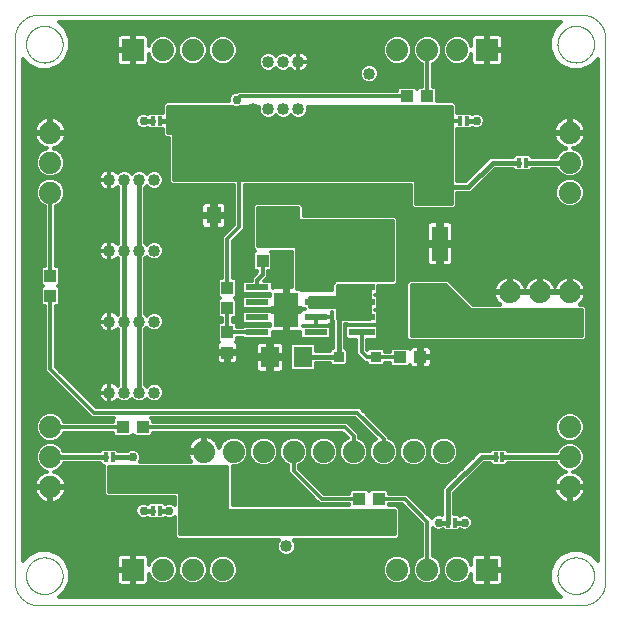
<source format=gtl>
G75*
%MOIN*%
%OFA0B0*%
%FSLAX25Y25*%
%IPPOS*%
%LPD*%
%AMOC8*
5,1,8,0,0,1.08239X$1,22.5*
%
%ADD10C,0.00000*%
%ADD11R,0.07800X0.02200*%
%ADD12R,0.07900X0.11800*%
%ADD13R,0.06299X0.07087*%
%ADD14R,0.03937X0.04331*%
%ADD15R,0.05512X0.11811*%
%ADD16R,0.05000X0.05787*%
%ADD17R,0.29528X0.09843*%
%ADD18R,0.08700X0.02400*%
%ADD19R,0.03543X0.03740*%
%ADD20R,0.04331X0.03937*%
%ADD21C,0.07400*%
%ADD22C,0.04000*%
%ADD23R,0.01600X0.03200*%
%ADD24R,0.07400X0.07400*%
%ADD25C,0.01200*%
%ADD26C,0.03017*%
%ADD27C,0.01600*%
%ADD28C,0.02978*%
D10*
X0001600Y0009474D02*
X0001600Y0190576D01*
X0001602Y0190766D01*
X0001609Y0190956D01*
X0001621Y0191146D01*
X0001637Y0191336D01*
X0001657Y0191525D01*
X0001683Y0191714D01*
X0001712Y0191902D01*
X0001747Y0192089D01*
X0001786Y0192275D01*
X0001829Y0192460D01*
X0001877Y0192645D01*
X0001929Y0192828D01*
X0001985Y0193009D01*
X0002046Y0193189D01*
X0002112Y0193368D01*
X0002181Y0193545D01*
X0002255Y0193721D01*
X0002333Y0193894D01*
X0002416Y0194066D01*
X0002502Y0194235D01*
X0002592Y0194403D01*
X0002687Y0194568D01*
X0002785Y0194731D01*
X0002888Y0194891D01*
X0002994Y0195049D01*
X0003104Y0195204D01*
X0003217Y0195357D01*
X0003335Y0195507D01*
X0003456Y0195653D01*
X0003580Y0195797D01*
X0003708Y0195938D01*
X0003839Y0196076D01*
X0003974Y0196211D01*
X0004112Y0196342D01*
X0004253Y0196470D01*
X0004397Y0196594D01*
X0004543Y0196715D01*
X0004693Y0196833D01*
X0004846Y0196946D01*
X0005001Y0197056D01*
X0005159Y0197162D01*
X0005319Y0197265D01*
X0005482Y0197363D01*
X0005647Y0197458D01*
X0005815Y0197548D01*
X0005984Y0197634D01*
X0006156Y0197717D01*
X0006329Y0197795D01*
X0006505Y0197869D01*
X0006682Y0197938D01*
X0006861Y0198004D01*
X0007041Y0198065D01*
X0007222Y0198121D01*
X0007405Y0198173D01*
X0007590Y0198221D01*
X0007775Y0198264D01*
X0007961Y0198303D01*
X0008148Y0198338D01*
X0008336Y0198367D01*
X0008525Y0198393D01*
X0008714Y0198413D01*
X0008904Y0198429D01*
X0009094Y0198441D01*
X0009284Y0198448D01*
X0009474Y0198450D01*
X0190576Y0198450D01*
X0190766Y0198448D01*
X0190956Y0198441D01*
X0191146Y0198429D01*
X0191336Y0198413D01*
X0191525Y0198393D01*
X0191714Y0198367D01*
X0191902Y0198338D01*
X0192089Y0198303D01*
X0192275Y0198264D01*
X0192460Y0198221D01*
X0192645Y0198173D01*
X0192828Y0198121D01*
X0193009Y0198065D01*
X0193189Y0198004D01*
X0193368Y0197938D01*
X0193545Y0197869D01*
X0193721Y0197795D01*
X0193894Y0197717D01*
X0194066Y0197634D01*
X0194235Y0197548D01*
X0194403Y0197458D01*
X0194568Y0197363D01*
X0194731Y0197265D01*
X0194891Y0197162D01*
X0195049Y0197056D01*
X0195204Y0196946D01*
X0195357Y0196833D01*
X0195507Y0196715D01*
X0195653Y0196594D01*
X0195797Y0196470D01*
X0195938Y0196342D01*
X0196076Y0196211D01*
X0196211Y0196076D01*
X0196342Y0195938D01*
X0196470Y0195797D01*
X0196594Y0195653D01*
X0196715Y0195507D01*
X0196833Y0195357D01*
X0196946Y0195204D01*
X0197056Y0195049D01*
X0197162Y0194891D01*
X0197265Y0194731D01*
X0197363Y0194568D01*
X0197458Y0194403D01*
X0197548Y0194235D01*
X0197634Y0194066D01*
X0197717Y0193894D01*
X0197795Y0193721D01*
X0197869Y0193545D01*
X0197938Y0193368D01*
X0198004Y0193189D01*
X0198065Y0193009D01*
X0198121Y0192828D01*
X0198173Y0192645D01*
X0198221Y0192460D01*
X0198264Y0192275D01*
X0198303Y0192089D01*
X0198338Y0191902D01*
X0198367Y0191714D01*
X0198393Y0191525D01*
X0198413Y0191336D01*
X0198429Y0191146D01*
X0198441Y0190956D01*
X0198448Y0190766D01*
X0198450Y0190576D01*
X0198450Y0009474D01*
X0198448Y0009284D01*
X0198441Y0009094D01*
X0198429Y0008904D01*
X0198413Y0008714D01*
X0198393Y0008525D01*
X0198367Y0008336D01*
X0198338Y0008148D01*
X0198303Y0007961D01*
X0198264Y0007775D01*
X0198221Y0007590D01*
X0198173Y0007405D01*
X0198121Y0007222D01*
X0198065Y0007041D01*
X0198004Y0006861D01*
X0197938Y0006682D01*
X0197869Y0006505D01*
X0197795Y0006329D01*
X0197717Y0006156D01*
X0197634Y0005984D01*
X0197548Y0005815D01*
X0197458Y0005647D01*
X0197363Y0005482D01*
X0197265Y0005319D01*
X0197162Y0005159D01*
X0197056Y0005001D01*
X0196946Y0004846D01*
X0196833Y0004693D01*
X0196715Y0004543D01*
X0196594Y0004397D01*
X0196470Y0004253D01*
X0196342Y0004112D01*
X0196211Y0003974D01*
X0196076Y0003839D01*
X0195938Y0003708D01*
X0195797Y0003580D01*
X0195653Y0003456D01*
X0195507Y0003335D01*
X0195357Y0003217D01*
X0195204Y0003104D01*
X0195049Y0002994D01*
X0194891Y0002888D01*
X0194731Y0002785D01*
X0194568Y0002687D01*
X0194403Y0002592D01*
X0194235Y0002502D01*
X0194066Y0002416D01*
X0193894Y0002333D01*
X0193721Y0002255D01*
X0193545Y0002181D01*
X0193368Y0002112D01*
X0193189Y0002046D01*
X0193009Y0001985D01*
X0192828Y0001929D01*
X0192645Y0001877D01*
X0192460Y0001829D01*
X0192275Y0001786D01*
X0192089Y0001747D01*
X0191902Y0001712D01*
X0191714Y0001683D01*
X0191525Y0001657D01*
X0191336Y0001637D01*
X0191146Y0001621D01*
X0190956Y0001609D01*
X0190766Y0001602D01*
X0190576Y0001600D01*
X0009474Y0001600D01*
X0009284Y0001602D01*
X0009094Y0001609D01*
X0008904Y0001621D01*
X0008714Y0001637D01*
X0008525Y0001657D01*
X0008336Y0001683D01*
X0008148Y0001712D01*
X0007961Y0001747D01*
X0007775Y0001786D01*
X0007590Y0001829D01*
X0007405Y0001877D01*
X0007222Y0001929D01*
X0007041Y0001985D01*
X0006861Y0002046D01*
X0006682Y0002112D01*
X0006505Y0002181D01*
X0006329Y0002255D01*
X0006156Y0002333D01*
X0005984Y0002416D01*
X0005815Y0002502D01*
X0005647Y0002592D01*
X0005482Y0002687D01*
X0005319Y0002785D01*
X0005159Y0002888D01*
X0005001Y0002994D01*
X0004846Y0003104D01*
X0004693Y0003217D01*
X0004543Y0003335D01*
X0004397Y0003456D01*
X0004253Y0003580D01*
X0004112Y0003708D01*
X0003974Y0003839D01*
X0003839Y0003974D01*
X0003708Y0004112D01*
X0003580Y0004253D01*
X0003456Y0004397D01*
X0003335Y0004543D01*
X0003217Y0004693D01*
X0003104Y0004846D01*
X0002994Y0005001D01*
X0002888Y0005159D01*
X0002785Y0005319D01*
X0002687Y0005482D01*
X0002592Y0005647D01*
X0002502Y0005815D01*
X0002416Y0005984D01*
X0002333Y0006156D01*
X0002255Y0006329D01*
X0002181Y0006505D01*
X0002112Y0006682D01*
X0002046Y0006861D01*
X0001985Y0007041D01*
X0001929Y0007222D01*
X0001877Y0007405D01*
X0001829Y0007590D01*
X0001786Y0007775D01*
X0001747Y0007961D01*
X0001712Y0008148D01*
X0001683Y0008336D01*
X0001657Y0008525D01*
X0001637Y0008714D01*
X0001621Y0008904D01*
X0001609Y0009094D01*
X0001602Y0009284D01*
X0001600Y0009474D01*
X0005341Y0011443D02*
X0005343Y0011599D01*
X0005349Y0011755D01*
X0005359Y0011910D01*
X0005373Y0012065D01*
X0005391Y0012220D01*
X0005413Y0012374D01*
X0005438Y0012528D01*
X0005468Y0012681D01*
X0005502Y0012833D01*
X0005539Y0012985D01*
X0005580Y0013135D01*
X0005625Y0013284D01*
X0005674Y0013432D01*
X0005727Y0013579D01*
X0005783Y0013724D01*
X0005843Y0013868D01*
X0005907Y0014010D01*
X0005975Y0014151D01*
X0006046Y0014289D01*
X0006120Y0014426D01*
X0006198Y0014561D01*
X0006279Y0014694D01*
X0006364Y0014825D01*
X0006452Y0014954D01*
X0006543Y0015080D01*
X0006638Y0015204D01*
X0006735Y0015325D01*
X0006836Y0015444D01*
X0006940Y0015561D01*
X0007046Y0015674D01*
X0007156Y0015785D01*
X0007268Y0015893D01*
X0007383Y0015998D01*
X0007501Y0016101D01*
X0007621Y0016200D01*
X0007744Y0016296D01*
X0007869Y0016389D01*
X0007996Y0016478D01*
X0008126Y0016565D01*
X0008258Y0016648D01*
X0008392Y0016727D01*
X0008528Y0016804D01*
X0008666Y0016876D01*
X0008805Y0016946D01*
X0008947Y0017011D01*
X0009090Y0017073D01*
X0009234Y0017131D01*
X0009380Y0017186D01*
X0009528Y0017237D01*
X0009676Y0017284D01*
X0009826Y0017327D01*
X0009977Y0017366D01*
X0010129Y0017402D01*
X0010281Y0017433D01*
X0010435Y0017461D01*
X0010589Y0017485D01*
X0010743Y0017505D01*
X0010898Y0017521D01*
X0011054Y0017533D01*
X0011209Y0017541D01*
X0011365Y0017545D01*
X0011521Y0017545D01*
X0011677Y0017541D01*
X0011832Y0017533D01*
X0011988Y0017521D01*
X0012143Y0017505D01*
X0012297Y0017485D01*
X0012451Y0017461D01*
X0012605Y0017433D01*
X0012757Y0017402D01*
X0012909Y0017366D01*
X0013060Y0017327D01*
X0013210Y0017284D01*
X0013358Y0017237D01*
X0013506Y0017186D01*
X0013652Y0017131D01*
X0013796Y0017073D01*
X0013939Y0017011D01*
X0014081Y0016946D01*
X0014220Y0016876D01*
X0014358Y0016804D01*
X0014494Y0016727D01*
X0014628Y0016648D01*
X0014760Y0016565D01*
X0014890Y0016478D01*
X0015017Y0016389D01*
X0015142Y0016296D01*
X0015265Y0016200D01*
X0015385Y0016101D01*
X0015503Y0015998D01*
X0015618Y0015893D01*
X0015730Y0015785D01*
X0015840Y0015674D01*
X0015946Y0015561D01*
X0016050Y0015444D01*
X0016151Y0015325D01*
X0016248Y0015204D01*
X0016343Y0015080D01*
X0016434Y0014954D01*
X0016522Y0014825D01*
X0016607Y0014694D01*
X0016688Y0014561D01*
X0016766Y0014426D01*
X0016840Y0014289D01*
X0016911Y0014151D01*
X0016979Y0014010D01*
X0017043Y0013868D01*
X0017103Y0013724D01*
X0017159Y0013579D01*
X0017212Y0013432D01*
X0017261Y0013284D01*
X0017306Y0013135D01*
X0017347Y0012985D01*
X0017384Y0012833D01*
X0017418Y0012681D01*
X0017448Y0012528D01*
X0017473Y0012374D01*
X0017495Y0012220D01*
X0017513Y0012065D01*
X0017527Y0011910D01*
X0017537Y0011755D01*
X0017543Y0011599D01*
X0017545Y0011443D01*
X0017543Y0011287D01*
X0017537Y0011131D01*
X0017527Y0010976D01*
X0017513Y0010821D01*
X0017495Y0010666D01*
X0017473Y0010512D01*
X0017448Y0010358D01*
X0017418Y0010205D01*
X0017384Y0010053D01*
X0017347Y0009901D01*
X0017306Y0009751D01*
X0017261Y0009602D01*
X0017212Y0009454D01*
X0017159Y0009307D01*
X0017103Y0009162D01*
X0017043Y0009018D01*
X0016979Y0008876D01*
X0016911Y0008735D01*
X0016840Y0008597D01*
X0016766Y0008460D01*
X0016688Y0008325D01*
X0016607Y0008192D01*
X0016522Y0008061D01*
X0016434Y0007932D01*
X0016343Y0007806D01*
X0016248Y0007682D01*
X0016151Y0007561D01*
X0016050Y0007442D01*
X0015946Y0007325D01*
X0015840Y0007212D01*
X0015730Y0007101D01*
X0015618Y0006993D01*
X0015503Y0006888D01*
X0015385Y0006785D01*
X0015265Y0006686D01*
X0015142Y0006590D01*
X0015017Y0006497D01*
X0014890Y0006408D01*
X0014760Y0006321D01*
X0014628Y0006238D01*
X0014494Y0006159D01*
X0014358Y0006082D01*
X0014220Y0006010D01*
X0014081Y0005940D01*
X0013939Y0005875D01*
X0013796Y0005813D01*
X0013652Y0005755D01*
X0013506Y0005700D01*
X0013358Y0005649D01*
X0013210Y0005602D01*
X0013060Y0005559D01*
X0012909Y0005520D01*
X0012757Y0005484D01*
X0012605Y0005453D01*
X0012451Y0005425D01*
X0012297Y0005401D01*
X0012143Y0005381D01*
X0011988Y0005365D01*
X0011832Y0005353D01*
X0011677Y0005345D01*
X0011521Y0005341D01*
X0011365Y0005341D01*
X0011209Y0005345D01*
X0011054Y0005353D01*
X0010898Y0005365D01*
X0010743Y0005381D01*
X0010589Y0005401D01*
X0010435Y0005425D01*
X0010281Y0005453D01*
X0010129Y0005484D01*
X0009977Y0005520D01*
X0009826Y0005559D01*
X0009676Y0005602D01*
X0009528Y0005649D01*
X0009380Y0005700D01*
X0009234Y0005755D01*
X0009090Y0005813D01*
X0008947Y0005875D01*
X0008805Y0005940D01*
X0008666Y0006010D01*
X0008528Y0006082D01*
X0008392Y0006159D01*
X0008258Y0006238D01*
X0008126Y0006321D01*
X0007996Y0006408D01*
X0007869Y0006497D01*
X0007744Y0006590D01*
X0007621Y0006686D01*
X0007501Y0006785D01*
X0007383Y0006888D01*
X0007268Y0006993D01*
X0007156Y0007101D01*
X0007046Y0007212D01*
X0006940Y0007325D01*
X0006836Y0007442D01*
X0006735Y0007561D01*
X0006638Y0007682D01*
X0006543Y0007806D01*
X0006452Y0007932D01*
X0006364Y0008061D01*
X0006279Y0008192D01*
X0006198Y0008325D01*
X0006120Y0008460D01*
X0006046Y0008597D01*
X0005975Y0008735D01*
X0005907Y0008876D01*
X0005843Y0009018D01*
X0005783Y0009162D01*
X0005727Y0009307D01*
X0005674Y0009454D01*
X0005625Y0009602D01*
X0005580Y0009751D01*
X0005539Y0009901D01*
X0005502Y0010053D01*
X0005468Y0010205D01*
X0005438Y0010358D01*
X0005413Y0010512D01*
X0005391Y0010666D01*
X0005373Y0010821D01*
X0005359Y0010976D01*
X0005349Y0011131D01*
X0005343Y0011287D01*
X0005341Y0011443D01*
X0005341Y0188608D02*
X0005343Y0188764D01*
X0005349Y0188920D01*
X0005359Y0189075D01*
X0005373Y0189230D01*
X0005391Y0189385D01*
X0005413Y0189539D01*
X0005438Y0189693D01*
X0005468Y0189846D01*
X0005502Y0189998D01*
X0005539Y0190150D01*
X0005580Y0190300D01*
X0005625Y0190449D01*
X0005674Y0190597D01*
X0005727Y0190744D01*
X0005783Y0190889D01*
X0005843Y0191033D01*
X0005907Y0191175D01*
X0005975Y0191316D01*
X0006046Y0191454D01*
X0006120Y0191591D01*
X0006198Y0191726D01*
X0006279Y0191859D01*
X0006364Y0191990D01*
X0006452Y0192119D01*
X0006543Y0192245D01*
X0006638Y0192369D01*
X0006735Y0192490D01*
X0006836Y0192609D01*
X0006940Y0192726D01*
X0007046Y0192839D01*
X0007156Y0192950D01*
X0007268Y0193058D01*
X0007383Y0193163D01*
X0007501Y0193266D01*
X0007621Y0193365D01*
X0007744Y0193461D01*
X0007869Y0193554D01*
X0007996Y0193643D01*
X0008126Y0193730D01*
X0008258Y0193813D01*
X0008392Y0193892D01*
X0008528Y0193969D01*
X0008666Y0194041D01*
X0008805Y0194111D01*
X0008947Y0194176D01*
X0009090Y0194238D01*
X0009234Y0194296D01*
X0009380Y0194351D01*
X0009528Y0194402D01*
X0009676Y0194449D01*
X0009826Y0194492D01*
X0009977Y0194531D01*
X0010129Y0194567D01*
X0010281Y0194598D01*
X0010435Y0194626D01*
X0010589Y0194650D01*
X0010743Y0194670D01*
X0010898Y0194686D01*
X0011054Y0194698D01*
X0011209Y0194706D01*
X0011365Y0194710D01*
X0011521Y0194710D01*
X0011677Y0194706D01*
X0011832Y0194698D01*
X0011988Y0194686D01*
X0012143Y0194670D01*
X0012297Y0194650D01*
X0012451Y0194626D01*
X0012605Y0194598D01*
X0012757Y0194567D01*
X0012909Y0194531D01*
X0013060Y0194492D01*
X0013210Y0194449D01*
X0013358Y0194402D01*
X0013506Y0194351D01*
X0013652Y0194296D01*
X0013796Y0194238D01*
X0013939Y0194176D01*
X0014081Y0194111D01*
X0014220Y0194041D01*
X0014358Y0193969D01*
X0014494Y0193892D01*
X0014628Y0193813D01*
X0014760Y0193730D01*
X0014890Y0193643D01*
X0015017Y0193554D01*
X0015142Y0193461D01*
X0015265Y0193365D01*
X0015385Y0193266D01*
X0015503Y0193163D01*
X0015618Y0193058D01*
X0015730Y0192950D01*
X0015840Y0192839D01*
X0015946Y0192726D01*
X0016050Y0192609D01*
X0016151Y0192490D01*
X0016248Y0192369D01*
X0016343Y0192245D01*
X0016434Y0192119D01*
X0016522Y0191990D01*
X0016607Y0191859D01*
X0016688Y0191726D01*
X0016766Y0191591D01*
X0016840Y0191454D01*
X0016911Y0191316D01*
X0016979Y0191175D01*
X0017043Y0191033D01*
X0017103Y0190889D01*
X0017159Y0190744D01*
X0017212Y0190597D01*
X0017261Y0190449D01*
X0017306Y0190300D01*
X0017347Y0190150D01*
X0017384Y0189998D01*
X0017418Y0189846D01*
X0017448Y0189693D01*
X0017473Y0189539D01*
X0017495Y0189385D01*
X0017513Y0189230D01*
X0017527Y0189075D01*
X0017537Y0188920D01*
X0017543Y0188764D01*
X0017545Y0188608D01*
X0017543Y0188452D01*
X0017537Y0188296D01*
X0017527Y0188141D01*
X0017513Y0187986D01*
X0017495Y0187831D01*
X0017473Y0187677D01*
X0017448Y0187523D01*
X0017418Y0187370D01*
X0017384Y0187218D01*
X0017347Y0187066D01*
X0017306Y0186916D01*
X0017261Y0186767D01*
X0017212Y0186619D01*
X0017159Y0186472D01*
X0017103Y0186327D01*
X0017043Y0186183D01*
X0016979Y0186041D01*
X0016911Y0185900D01*
X0016840Y0185762D01*
X0016766Y0185625D01*
X0016688Y0185490D01*
X0016607Y0185357D01*
X0016522Y0185226D01*
X0016434Y0185097D01*
X0016343Y0184971D01*
X0016248Y0184847D01*
X0016151Y0184726D01*
X0016050Y0184607D01*
X0015946Y0184490D01*
X0015840Y0184377D01*
X0015730Y0184266D01*
X0015618Y0184158D01*
X0015503Y0184053D01*
X0015385Y0183950D01*
X0015265Y0183851D01*
X0015142Y0183755D01*
X0015017Y0183662D01*
X0014890Y0183573D01*
X0014760Y0183486D01*
X0014628Y0183403D01*
X0014494Y0183324D01*
X0014358Y0183247D01*
X0014220Y0183175D01*
X0014081Y0183105D01*
X0013939Y0183040D01*
X0013796Y0182978D01*
X0013652Y0182920D01*
X0013506Y0182865D01*
X0013358Y0182814D01*
X0013210Y0182767D01*
X0013060Y0182724D01*
X0012909Y0182685D01*
X0012757Y0182649D01*
X0012605Y0182618D01*
X0012451Y0182590D01*
X0012297Y0182566D01*
X0012143Y0182546D01*
X0011988Y0182530D01*
X0011832Y0182518D01*
X0011677Y0182510D01*
X0011521Y0182506D01*
X0011365Y0182506D01*
X0011209Y0182510D01*
X0011054Y0182518D01*
X0010898Y0182530D01*
X0010743Y0182546D01*
X0010589Y0182566D01*
X0010435Y0182590D01*
X0010281Y0182618D01*
X0010129Y0182649D01*
X0009977Y0182685D01*
X0009826Y0182724D01*
X0009676Y0182767D01*
X0009528Y0182814D01*
X0009380Y0182865D01*
X0009234Y0182920D01*
X0009090Y0182978D01*
X0008947Y0183040D01*
X0008805Y0183105D01*
X0008666Y0183175D01*
X0008528Y0183247D01*
X0008392Y0183324D01*
X0008258Y0183403D01*
X0008126Y0183486D01*
X0007996Y0183573D01*
X0007869Y0183662D01*
X0007744Y0183755D01*
X0007621Y0183851D01*
X0007501Y0183950D01*
X0007383Y0184053D01*
X0007268Y0184158D01*
X0007156Y0184266D01*
X0007046Y0184377D01*
X0006940Y0184490D01*
X0006836Y0184607D01*
X0006735Y0184726D01*
X0006638Y0184847D01*
X0006543Y0184971D01*
X0006452Y0185097D01*
X0006364Y0185226D01*
X0006279Y0185357D01*
X0006198Y0185490D01*
X0006120Y0185625D01*
X0006046Y0185762D01*
X0005975Y0185900D01*
X0005907Y0186041D01*
X0005843Y0186183D01*
X0005783Y0186327D01*
X0005727Y0186472D01*
X0005674Y0186619D01*
X0005625Y0186767D01*
X0005580Y0186916D01*
X0005539Y0187066D01*
X0005502Y0187218D01*
X0005468Y0187370D01*
X0005438Y0187523D01*
X0005413Y0187677D01*
X0005391Y0187831D01*
X0005373Y0187986D01*
X0005359Y0188141D01*
X0005349Y0188296D01*
X0005343Y0188452D01*
X0005341Y0188608D01*
X0182506Y0188608D02*
X0182508Y0188764D01*
X0182514Y0188920D01*
X0182524Y0189075D01*
X0182538Y0189230D01*
X0182556Y0189385D01*
X0182578Y0189539D01*
X0182603Y0189693D01*
X0182633Y0189846D01*
X0182667Y0189998D01*
X0182704Y0190150D01*
X0182745Y0190300D01*
X0182790Y0190449D01*
X0182839Y0190597D01*
X0182892Y0190744D01*
X0182948Y0190889D01*
X0183008Y0191033D01*
X0183072Y0191175D01*
X0183140Y0191316D01*
X0183211Y0191454D01*
X0183285Y0191591D01*
X0183363Y0191726D01*
X0183444Y0191859D01*
X0183529Y0191990D01*
X0183617Y0192119D01*
X0183708Y0192245D01*
X0183803Y0192369D01*
X0183900Y0192490D01*
X0184001Y0192609D01*
X0184105Y0192726D01*
X0184211Y0192839D01*
X0184321Y0192950D01*
X0184433Y0193058D01*
X0184548Y0193163D01*
X0184666Y0193266D01*
X0184786Y0193365D01*
X0184909Y0193461D01*
X0185034Y0193554D01*
X0185161Y0193643D01*
X0185291Y0193730D01*
X0185423Y0193813D01*
X0185557Y0193892D01*
X0185693Y0193969D01*
X0185831Y0194041D01*
X0185970Y0194111D01*
X0186112Y0194176D01*
X0186255Y0194238D01*
X0186399Y0194296D01*
X0186545Y0194351D01*
X0186693Y0194402D01*
X0186841Y0194449D01*
X0186991Y0194492D01*
X0187142Y0194531D01*
X0187294Y0194567D01*
X0187446Y0194598D01*
X0187600Y0194626D01*
X0187754Y0194650D01*
X0187908Y0194670D01*
X0188063Y0194686D01*
X0188219Y0194698D01*
X0188374Y0194706D01*
X0188530Y0194710D01*
X0188686Y0194710D01*
X0188842Y0194706D01*
X0188997Y0194698D01*
X0189153Y0194686D01*
X0189308Y0194670D01*
X0189462Y0194650D01*
X0189616Y0194626D01*
X0189770Y0194598D01*
X0189922Y0194567D01*
X0190074Y0194531D01*
X0190225Y0194492D01*
X0190375Y0194449D01*
X0190523Y0194402D01*
X0190671Y0194351D01*
X0190817Y0194296D01*
X0190961Y0194238D01*
X0191104Y0194176D01*
X0191246Y0194111D01*
X0191385Y0194041D01*
X0191523Y0193969D01*
X0191659Y0193892D01*
X0191793Y0193813D01*
X0191925Y0193730D01*
X0192055Y0193643D01*
X0192182Y0193554D01*
X0192307Y0193461D01*
X0192430Y0193365D01*
X0192550Y0193266D01*
X0192668Y0193163D01*
X0192783Y0193058D01*
X0192895Y0192950D01*
X0193005Y0192839D01*
X0193111Y0192726D01*
X0193215Y0192609D01*
X0193316Y0192490D01*
X0193413Y0192369D01*
X0193508Y0192245D01*
X0193599Y0192119D01*
X0193687Y0191990D01*
X0193772Y0191859D01*
X0193853Y0191726D01*
X0193931Y0191591D01*
X0194005Y0191454D01*
X0194076Y0191316D01*
X0194144Y0191175D01*
X0194208Y0191033D01*
X0194268Y0190889D01*
X0194324Y0190744D01*
X0194377Y0190597D01*
X0194426Y0190449D01*
X0194471Y0190300D01*
X0194512Y0190150D01*
X0194549Y0189998D01*
X0194583Y0189846D01*
X0194613Y0189693D01*
X0194638Y0189539D01*
X0194660Y0189385D01*
X0194678Y0189230D01*
X0194692Y0189075D01*
X0194702Y0188920D01*
X0194708Y0188764D01*
X0194710Y0188608D01*
X0194708Y0188452D01*
X0194702Y0188296D01*
X0194692Y0188141D01*
X0194678Y0187986D01*
X0194660Y0187831D01*
X0194638Y0187677D01*
X0194613Y0187523D01*
X0194583Y0187370D01*
X0194549Y0187218D01*
X0194512Y0187066D01*
X0194471Y0186916D01*
X0194426Y0186767D01*
X0194377Y0186619D01*
X0194324Y0186472D01*
X0194268Y0186327D01*
X0194208Y0186183D01*
X0194144Y0186041D01*
X0194076Y0185900D01*
X0194005Y0185762D01*
X0193931Y0185625D01*
X0193853Y0185490D01*
X0193772Y0185357D01*
X0193687Y0185226D01*
X0193599Y0185097D01*
X0193508Y0184971D01*
X0193413Y0184847D01*
X0193316Y0184726D01*
X0193215Y0184607D01*
X0193111Y0184490D01*
X0193005Y0184377D01*
X0192895Y0184266D01*
X0192783Y0184158D01*
X0192668Y0184053D01*
X0192550Y0183950D01*
X0192430Y0183851D01*
X0192307Y0183755D01*
X0192182Y0183662D01*
X0192055Y0183573D01*
X0191925Y0183486D01*
X0191793Y0183403D01*
X0191659Y0183324D01*
X0191523Y0183247D01*
X0191385Y0183175D01*
X0191246Y0183105D01*
X0191104Y0183040D01*
X0190961Y0182978D01*
X0190817Y0182920D01*
X0190671Y0182865D01*
X0190523Y0182814D01*
X0190375Y0182767D01*
X0190225Y0182724D01*
X0190074Y0182685D01*
X0189922Y0182649D01*
X0189770Y0182618D01*
X0189616Y0182590D01*
X0189462Y0182566D01*
X0189308Y0182546D01*
X0189153Y0182530D01*
X0188997Y0182518D01*
X0188842Y0182510D01*
X0188686Y0182506D01*
X0188530Y0182506D01*
X0188374Y0182510D01*
X0188219Y0182518D01*
X0188063Y0182530D01*
X0187908Y0182546D01*
X0187754Y0182566D01*
X0187600Y0182590D01*
X0187446Y0182618D01*
X0187294Y0182649D01*
X0187142Y0182685D01*
X0186991Y0182724D01*
X0186841Y0182767D01*
X0186693Y0182814D01*
X0186545Y0182865D01*
X0186399Y0182920D01*
X0186255Y0182978D01*
X0186112Y0183040D01*
X0185970Y0183105D01*
X0185831Y0183175D01*
X0185693Y0183247D01*
X0185557Y0183324D01*
X0185423Y0183403D01*
X0185291Y0183486D01*
X0185161Y0183573D01*
X0185034Y0183662D01*
X0184909Y0183755D01*
X0184786Y0183851D01*
X0184666Y0183950D01*
X0184548Y0184053D01*
X0184433Y0184158D01*
X0184321Y0184266D01*
X0184211Y0184377D01*
X0184105Y0184490D01*
X0184001Y0184607D01*
X0183900Y0184726D01*
X0183803Y0184847D01*
X0183708Y0184971D01*
X0183617Y0185097D01*
X0183529Y0185226D01*
X0183444Y0185357D01*
X0183363Y0185490D01*
X0183285Y0185625D01*
X0183211Y0185762D01*
X0183140Y0185900D01*
X0183072Y0186041D01*
X0183008Y0186183D01*
X0182948Y0186327D01*
X0182892Y0186472D01*
X0182839Y0186619D01*
X0182790Y0186767D01*
X0182745Y0186916D01*
X0182704Y0187066D01*
X0182667Y0187218D01*
X0182633Y0187370D01*
X0182603Y0187523D01*
X0182578Y0187677D01*
X0182556Y0187831D01*
X0182538Y0187986D01*
X0182524Y0188141D01*
X0182514Y0188296D01*
X0182508Y0188452D01*
X0182506Y0188608D01*
X0182506Y0011443D02*
X0182508Y0011599D01*
X0182514Y0011755D01*
X0182524Y0011910D01*
X0182538Y0012065D01*
X0182556Y0012220D01*
X0182578Y0012374D01*
X0182603Y0012528D01*
X0182633Y0012681D01*
X0182667Y0012833D01*
X0182704Y0012985D01*
X0182745Y0013135D01*
X0182790Y0013284D01*
X0182839Y0013432D01*
X0182892Y0013579D01*
X0182948Y0013724D01*
X0183008Y0013868D01*
X0183072Y0014010D01*
X0183140Y0014151D01*
X0183211Y0014289D01*
X0183285Y0014426D01*
X0183363Y0014561D01*
X0183444Y0014694D01*
X0183529Y0014825D01*
X0183617Y0014954D01*
X0183708Y0015080D01*
X0183803Y0015204D01*
X0183900Y0015325D01*
X0184001Y0015444D01*
X0184105Y0015561D01*
X0184211Y0015674D01*
X0184321Y0015785D01*
X0184433Y0015893D01*
X0184548Y0015998D01*
X0184666Y0016101D01*
X0184786Y0016200D01*
X0184909Y0016296D01*
X0185034Y0016389D01*
X0185161Y0016478D01*
X0185291Y0016565D01*
X0185423Y0016648D01*
X0185557Y0016727D01*
X0185693Y0016804D01*
X0185831Y0016876D01*
X0185970Y0016946D01*
X0186112Y0017011D01*
X0186255Y0017073D01*
X0186399Y0017131D01*
X0186545Y0017186D01*
X0186693Y0017237D01*
X0186841Y0017284D01*
X0186991Y0017327D01*
X0187142Y0017366D01*
X0187294Y0017402D01*
X0187446Y0017433D01*
X0187600Y0017461D01*
X0187754Y0017485D01*
X0187908Y0017505D01*
X0188063Y0017521D01*
X0188219Y0017533D01*
X0188374Y0017541D01*
X0188530Y0017545D01*
X0188686Y0017545D01*
X0188842Y0017541D01*
X0188997Y0017533D01*
X0189153Y0017521D01*
X0189308Y0017505D01*
X0189462Y0017485D01*
X0189616Y0017461D01*
X0189770Y0017433D01*
X0189922Y0017402D01*
X0190074Y0017366D01*
X0190225Y0017327D01*
X0190375Y0017284D01*
X0190523Y0017237D01*
X0190671Y0017186D01*
X0190817Y0017131D01*
X0190961Y0017073D01*
X0191104Y0017011D01*
X0191246Y0016946D01*
X0191385Y0016876D01*
X0191523Y0016804D01*
X0191659Y0016727D01*
X0191793Y0016648D01*
X0191925Y0016565D01*
X0192055Y0016478D01*
X0192182Y0016389D01*
X0192307Y0016296D01*
X0192430Y0016200D01*
X0192550Y0016101D01*
X0192668Y0015998D01*
X0192783Y0015893D01*
X0192895Y0015785D01*
X0193005Y0015674D01*
X0193111Y0015561D01*
X0193215Y0015444D01*
X0193316Y0015325D01*
X0193413Y0015204D01*
X0193508Y0015080D01*
X0193599Y0014954D01*
X0193687Y0014825D01*
X0193772Y0014694D01*
X0193853Y0014561D01*
X0193931Y0014426D01*
X0194005Y0014289D01*
X0194076Y0014151D01*
X0194144Y0014010D01*
X0194208Y0013868D01*
X0194268Y0013724D01*
X0194324Y0013579D01*
X0194377Y0013432D01*
X0194426Y0013284D01*
X0194471Y0013135D01*
X0194512Y0012985D01*
X0194549Y0012833D01*
X0194583Y0012681D01*
X0194613Y0012528D01*
X0194638Y0012374D01*
X0194660Y0012220D01*
X0194678Y0012065D01*
X0194692Y0011910D01*
X0194702Y0011755D01*
X0194708Y0011599D01*
X0194710Y0011443D01*
X0194708Y0011287D01*
X0194702Y0011131D01*
X0194692Y0010976D01*
X0194678Y0010821D01*
X0194660Y0010666D01*
X0194638Y0010512D01*
X0194613Y0010358D01*
X0194583Y0010205D01*
X0194549Y0010053D01*
X0194512Y0009901D01*
X0194471Y0009751D01*
X0194426Y0009602D01*
X0194377Y0009454D01*
X0194324Y0009307D01*
X0194268Y0009162D01*
X0194208Y0009018D01*
X0194144Y0008876D01*
X0194076Y0008735D01*
X0194005Y0008597D01*
X0193931Y0008460D01*
X0193853Y0008325D01*
X0193772Y0008192D01*
X0193687Y0008061D01*
X0193599Y0007932D01*
X0193508Y0007806D01*
X0193413Y0007682D01*
X0193316Y0007561D01*
X0193215Y0007442D01*
X0193111Y0007325D01*
X0193005Y0007212D01*
X0192895Y0007101D01*
X0192783Y0006993D01*
X0192668Y0006888D01*
X0192550Y0006785D01*
X0192430Y0006686D01*
X0192307Y0006590D01*
X0192182Y0006497D01*
X0192055Y0006408D01*
X0191925Y0006321D01*
X0191793Y0006238D01*
X0191659Y0006159D01*
X0191523Y0006082D01*
X0191385Y0006010D01*
X0191246Y0005940D01*
X0191104Y0005875D01*
X0190961Y0005813D01*
X0190817Y0005755D01*
X0190671Y0005700D01*
X0190523Y0005649D01*
X0190375Y0005602D01*
X0190225Y0005559D01*
X0190074Y0005520D01*
X0189922Y0005484D01*
X0189770Y0005453D01*
X0189616Y0005425D01*
X0189462Y0005401D01*
X0189308Y0005381D01*
X0189153Y0005365D01*
X0188997Y0005353D01*
X0188842Y0005345D01*
X0188686Y0005341D01*
X0188530Y0005341D01*
X0188374Y0005345D01*
X0188219Y0005353D01*
X0188063Y0005365D01*
X0187908Y0005381D01*
X0187754Y0005401D01*
X0187600Y0005425D01*
X0187446Y0005453D01*
X0187294Y0005484D01*
X0187142Y0005520D01*
X0186991Y0005559D01*
X0186841Y0005602D01*
X0186693Y0005649D01*
X0186545Y0005700D01*
X0186399Y0005755D01*
X0186255Y0005813D01*
X0186112Y0005875D01*
X0185970Y0005940D01*
X0185831Y0006010D01*
X0185693Y0006082D01*
X0185557Y0006159D01*
X0185423Y0006238D01*
X0185291Y0006321D01*
X0185161Y0006408D01*
X0185034Y0006497D01*
X0184909Y0006590D01*
X0184786Y0006686D01*
X0184666Y0006785D01*
X0184548Y0006888D01*
X0184433Y0006993D01*
X0184321Y0007101D01*
X0184211Y0007212D01*
X0184105Y0007325D01*
X0184001Y0007442D01*
X0183900Y0007561D01*
X0183803Y0007682D01*
X0183708Y0007806D01*
X0183617Y0007932D01*
X0183529Y0008061D01*
X0183444Y0008192D01*
X0183363Y0008325D01*
X0183285Y0008460D01*
X0183211Y0008597D01*
X0183140Y0008735D01*
X0183072Y0008876D01*
X0183008Y0009018D01*
X0182948Y0009162D01*
X0182892Y0009307D01*
X0182839Y0009454D01*
X0182790Y0009602D01*
X0182745Y0009751D01*
X0182704Y0009901D01*
X0182667Y0010053D01*
X0182633Y0010205D01*
X0182603Y0010358D01*
X0182578Y0010512D01*
X0182556Y0010666D01*
X0182538Y0010821D01*
X0182524Y0010976D01*
X0182514Y0011131D01*
X0182508Y0011287D01*
X0182506Y0011443D01*
D11*
X0101851Y0092525D03*
X0101851Y0097525D03*
X0101851Y0102525D03*
X0101851Y0107525D03*
X0082451Y0107525D03*
X0082451Y0102525D03*
X0082451Y0097525D03*
X0082451Y0092525D03*
D12*
X0092151Y0100025D03*
D13*
X0086639Y0084277D03*
X0097663Y0084277D03*
D14*
X0072466Y0085832D03*
X0072466Y0092525D03*
X0072466Y0100616D03*
X0072466Y0107309D03*
X0084277Y0116364D03*
X0084277Y0123057D03*
X0013411Y0111246D03*
X0013411Y0104553D03*
D15*
X0143332Y0122072D03*
X0143332Y0140970D03*
D16*
X0084868Y0131521D03*
X0067939Y0131521D03*
D17*
X0111836Y0122466D03*
X0111836Y0148450D03*
D18*
X0117284Y0107525D03*
X0117284Y0102525D03*
X0117284Y0097525D03*
X0117284Y0092525D03*
X0137884Y0092525D03*
X0137884Y0097525D03*
X0137884Y0102525D03*
X0137884Y0107525D03*
D19*
X0121974Y0084277D03*
X0109572Y0084277D03*
D20*
X0130143Y0084277D03*
X0136836Y0084277D03*
X0123057Y0037033D03*
X0116364Y0037033D03*
X0044317Y0060970D03*
X0037624Y0060970D03*
X0132387Y0171285D03*
X0139080Y0171285D03*
D21*
X0139080Y0186639D03*
X0129080Y0186639D03*
X0149080Y0186639D03*
X0186639Y0159080D03*
X0186639Y0149080D03*
X0186639Y0139080D03*
X0186639Y0105931D03*
X0176639Y0105931D03*
X0166639Y0105931D03*
X0166639Y0095931D03*
X0176639Y0095931D03*
X0186639Y0095931D03*
X0186639Y0060970D03*
X0186639Y0050970D03*
X0186639Y0040970D03*
X0149080Y0013411D03*
X0139080Y0013411D03*
X0129080Y0013411D03*
X0124592Y0052781D03*
X0114592Y0052781D03*
X0104592Y0052781D03*
X0094592Y0052781D03*
X0084592Y0052781D03*
X0074592Y0052781D03*
X0064592Y0052781D03*
X0060970Y0013411D03*
X0050970Y0013411D03*
X0070970Y0013411D03*
X0013411Y0040970D03*
X0013411Y0050970D03*
X0013411Y0060970D03*
X0013411Y0139080D03*
X0013411Y0149080D03*
X0013411Y0159080D03*
X0050970Y0186639D03*
X0060970Y0186639D03*
X0070970Y0186639D03*
X0134592Y0052781D03*
X0144592Y0052781D03*
D22*
X0092151Y0021285D03*
X0048096Y0072466D03*
X0043096Y0072466D03*
X0038096Y0072466D03*
X0033096Y0072466D03*
X0033096Y0096088D03*
X0038096Y0096088D03*
X0043096Y0096088D03*
X0048096Y0096088D03*
X0048096Y0119710D03*
X0043096Y0119710D03*
X0038096Y0119710D03*
X0033096Y0119710D03*
X0033096Y0143332D03*
X0038096Y0143332D03*
X0043096Y0143332D03*
X0048096Y0143332D03*
X0081088Y0166954D03*
X0086088Y0166954D03*
X0091088Y0166954D03*
X0096088Y0166954D03*
X0096088Y0182702D03*
X0091088Y0182702D03*
X0086088Y0182702D03*
X0119710Y0178765D03*
D23*
X0150106Y0163017D03*
X0152306Y0163017D03*
X0169791Y0149080D03*
X0171991Y0149080D03*
X0164117Y0050970D03*
X0161917Y0050970D03*
X0148369Y0029159D03*
X0146169Y0029159D03*
X0049944Y0033096D03*
X0047744Y0033096D03*
X0034196Y0050970D03*
X0031996Y0050970D03*
X0047744Y0163017D03*
X0049944Y0163017D03*
D24*
X0040970Y0186639D03*
X0159080Y0186639D03*
X0159080Y0013411D03*
X0040970Y0013411D03*
D25*
X0040570Y0013585D02*
X0019974Y0013585D01*
X0020145Y0013174D02*
X0018820Y0016372D01*
X0016372Y0018820D01*
X0013174Y0020145D01*
X0009712Y0020145D01*
X0006513Y0018820D01*
X0004200Y0016507D01*
X0004200Y0183543D01*
X0006513Y0181230D01*
X0009712Y0179906D01*
X0013174Y0179906D01*
X0016372Y0181230D01*
X0018820Y0183678D01*
X0020145Y0186877D01*
X0020145Y0190339D01*
X0018820Y0193537D01*
X0016507Y0195850D01*
X0183543Y0195850D01*
X0181230Y0193537D01*
X0179906Y0190339D01*
X0179906Y0186877D01*
X0181230Y0183678D01*
X0183678Y0181230D01*
X0186877Y0179906D01*
X0190339Y0179906D01*
X0193537Y0181230D01*
X0195850Y0183543D01*
X0195850Y0016507D01*
X0193537Y0018820D01*
X0190339Y0020145D01*
X0186877Y0020145D01*
X0183678Y0018820D01*
X0181230Y0016372D01*
X0179906Y0013174D01*
X0179906Y0009712D01*
X0181230Y0006513D01*
X0183543Y0004200D01*
X0016507Y0004200D01*
X0018820Y0006513D01*
X0020145Y0009712D01*
X0020145Y0013174D01*
X0020145Y0012387D02*
X0035670Y0012387D01*
X0035670Y0013011D02*
X0035670Y0009500D01*
X0035779Y0009093D01*
X0035990Y0008729D01*
X0036288Y0008431D01*
X0036652Y0008220D01*
X0037059Y0008111D01*
X0040570Y0008111D01*
X0040570Y0013011D01*
X0035670Y0013011D01*
X0035670Y0013811D02*
X0035670Y0017322D01*
X0035779Y0017729D01*
X0035990Y0018093D01*
X0036288Y0018391D01*
X0036652Y0018602D01*
X0037059Y0018711D01*
X0040570Y0018711D01*
X0040570Y0013811D01*
X0040570Y0013011D01*
X0041370Y0013011D01*
X0041370Y0008111D01*
X0044881Y0008111D01*
X0045288Y0008220D01*
X0045652Y0008431D01*
X0045950Y0008729D01*
X0046161Y0009093D01*
X0046270Y0009500D01*
X0046270Y0011954D01*
X0046816Y0010635D01*
X0048194Y0009257D01*
X0049995Y0008511D01*
X0051945Y0008511D01*
X0053746Y0009257D01*
X0055124Y0010635D01*
X0055870Y0012436D01*
X0055870Y0014386D01*
X0055124Y0016187D01*
X0053746Y0017565D01*
X0051945Y0018311D01*
X0049995Y0018311D01*
X0048194Y0017565D01*
X0046816Y0016187D01*
X0046270Y0014868D01*
X0046270Y0017322D01*
X0046161Y0017729D01*
X0045950Y0018093D01*
X0045652Y0018391D01*
X0045288Y0018602D01*
X0044881Y0018711D01*
X0041370Y0018711D01*
X0041370Y0013811D01*
X0040570Y0013811D01*
X0035670Y0013811D01*
X0035670Y0014784D02*
X0019478Y0014784D01*
X0018982Y0015982D02*
X0035670Y0015982D01*
X0035670Y0017181D02*
X0018011Y0017181D01*
X0016813Y0018379D02*
X0036275Y0018379D01*
X0040570Y0018379D02*
X0041370Y0018379D01*
X0041370Y0017181D02*
X0040570Y0017181D01*
X0040570Y0015982D02*
X0041370Y0015982D01*
X0041370Y0014784D02*
X0040570Y0014784D01*
X0040570Y0012387D02*
X0041370Y0012387D01*
X0041370Y0011188D02*
X0040570Y0011188D01*
X0040570Y0009990D02*
X0041370Y0009990D01*
X0041370Y0008791D02*
X0040570Y0008791D01*
X0045986Y0008791D02*
X0049319Y0008791D01*
X0047462Y0009990D02*
X0046270Y0009990D01*
X0046270Y0011188D02*
X0046587Y0011188D01*
X0046731Y0015982D02*
X0046270Y0015982D01*
X0046270Y0017181D02*
X0047810Y0017181D01*
X0045665Y0018379D02*
X0090805Y0018379D01*
X0090339Y0018572D02*
X0091515Y0018085D01*
X0092788Y0018085D01*
X0093964Y0018572D01*
X0094864Y0019472D01*
X0095351Y0020649D01*
X0095351Y0021922D01*
X0094864Y0023098D01*
X0094540Y0023422D01*
X0129117Y0023422D01*
X0130172Y0024476D01*
X0130172Y0033842D01*
X0129117Y0034896D01*
X0126422Y0034896D01*
X0126422Y0035233D01*
X0130776Y0035233D01*
X0137280Y0028728D01*
X0137280Y0017969D01*
X0136305Y0017565D01*
X0134926Y0016187D01*
X0134180Y0014386D01*
X0134180Y0012436D01*
X0134926Y0010635D01*
X0136305Y0009257D01*
X0138106Y0008511D01*
X0140055Y0008511D01*
X0141856Y0009257D01*
X0143234Y0010635D01*
X0143980Y0012436D01*
X0143980Y0014386D01*
X0143234Y0016187D01*
X0141856Y0017565D01*
X0140880Y0017969D01*
X0140880Y0027415D01*
X0141415Y0026879D01*
X0142404Y0026470D01*
X0143473Y0026470D01*
X0144384Y0026847D01*
X0144872Y0026359D01*
X0149666Y0026359D01*
X0150155Y0026847D01*
X0151065Y0026470D01*
X0152135Y0026470D01*
X0153123Y0026879D01*
X0153880Y0027636D01*
X0154289Y0028624D01*
X0154289Y0029694D01*
X0153880Y0030682D01*
X0153123Y0031439D01*
X0152135Y0031848D01*
X0151065Y0031848D01*
X0150155Y0031471D01*
X0149666Y0031959D01*
X0148169Y0031959D01*
X0148169Y0039042D01*
X0158098Y0048970D01*
X0159917Y0048970D01*
X0159917Y0048873D01*
X0160620Y0048170D01*
X0165414Y0048170D01*
X0166117Y0048873D01*
X0166117Y0048970D01*
X0182164Y0048970D01*
X0182485Y0048194D01*
X0183864Y0046816D01*
X0185470Y0046151D01*
X0185398Y0046140D01*
X0184605Y0045882D01*
X0183862Y0045503D01*
X0183187Y0045013D01*
X0182597Y0044423D01*
X0182106Y0043748D01*
X0181728Y0043005D01*
X0181470Y0042211D01*
X0181339Y0041387D01*
X0181339Y0041370D01*
X0186239Y0041370D01*
X0186239Y0040570D01*
X0181339Y0040570D01*
X0181339Y0040553D01*
X0181470Y0039729D01*
X0181728Y0038936D01*
X0182106Y0038192D01*
X0182597Y0037517D01*
X0183187Y0036927D01*
X0183862Y0036437D01*
X0184605Y0036058D01*
X0185398Y0035801D01*
X0186222Y0035670D01*
X0186239Y0035670D01*
X0186239Y0040570D01*
X0187039Y0040570D01*
X0187039Y0035670D01*
X0187056Y0035670D01*
X0187880Y0035801D01*
X0188674Y0036058D01*
X0189417Y0036437D01*
X0190092Y0036927D01*
X0190682Y0037517D01*
X0191172Y0038192D01*
X0191551Y0038936D01*
X0191809Y0039729D01*
X0191939Y0040553D01*
X0191939Y0040570D01*
X0187039Y0040570D01*
X0187039Y0041370D01*
X0191939Y0041370D01*
X0191939Y0041387D01*
X0191809Y0042211D01*
X0191551Y0043005D01*
X0191172Y0043748D01*
X0190682Y0044423D01*
X0190092Y0045013D01*
X0189417Y0045503D01*
X0188674Y0045882D01*
X0187880Y0046140D01*
X0187809Y0046151D01*
X0189415Y0046816D01*
X0190793Y0048194D01*
X0191539Y0049995D01*
X0191539Y0051945D01*
X0190793Y0053746D01*
X0189415Y0055124D01*
X0187614Y0055870D01*
X0185665Y0055870D01*
X0183864Y0055124D01*
X0182485Y0053746D01*
X0182164Y0052970D01*
X0166117Y0052970D01*
X0166117Y0053067D01*
X0165414Y0053770D01*
X0160620Y0053770D01*
X0159917Y0053067D01*
X0159917Y0052970D01*
X0156441Y0052970D01*
X0145341Y0041870D01*
X0144169Y0040698D01*
X0144169Y0031560D01*
X0143473Y0031848D01*
X0142404Y0031848D01*
X0141415Y0031439D01*
X0140659Y0030682D01*
X0140588Y0030512D01*
X0133321Y0037779D01*
X0132267Y0038833D01*
X0126422Y0038833D01*
X0126422Y0039499D01*
X0125719Y0040202D01*
X0120394Y0040202D01*
X0119710Y0039518D01*
X0119026Y0040202D01*
X0113701Y0040202D01*
X0112998Y0039499D01*
X0112998Y0038833D01*
X0104708Y0038833D01*
X0096392Y0047149D01*
X0096392Y0048223D01*
X0097368Y0048627D01*
X0098746Y0050005D01*
X0099492Y0051806D01*
X0099492Y0053756D01*
X0098746Y0055557D01*
X0097368Y0056935D01*
X0095567Y0057681D01*
X0093617Y0057681D01*
X0091816Y0056935D01*
X0090438Y0055557D01*
X0089692Y0053756D01*
X0089692Y0051806D01*
X0090438Y0050005D01*
X0091816Y0048627D01*
X0092792Y0048223D01*
X0092792Y0045658D01*
X0093847Y0044603D01*
X0102162Y0036287D01*
X0103217Y0035233D01*
X0112998Y0035233D01*
X0112998Y0034896D01*
X0074266Y0034896D01*
X0074266Y0047881D01*
X0075567Y0047881D01*
X0077368Y0048627D01*
X0078746Y0050005D01*
X0079492Y0051806D01*
X0079492Y0053756D01*
X0078746Y0055557D01*
X0077368Y0056935D01*
X0075567Y0057681D01*
X0073617Y0057681D01*
X0071816Y0056935D01*
X0070438Y0055557D01*
X0069773Y0053951D01*
X0069762Y0054022D01*
X0069504Y0054816D01*
X0069125Y0055559D01*
X0068635Y0056234D01*
X0068045Y0056824D01*
X0067370Y0057314D01*
X0066627Y0057693D01*
X0065833Y0057951D01*
X0065009Y0058081D01*
X0064992Y0058081D01*
X0064992Y0053181D01*
X0064192Y0053181D01*
X0064192Y0052381D01*
X0059292Y0052381D01*
X0059292Y0052364D01*
X0059423Y0051540D01*
X0059680Y0050747D01*
X0060059Y0050003D01*
X0060452Y0049463D01*
X0043256Y0049463D01*
X0043659Y0050435D01*
X0043659Y0051505D01*
X0043250Y0052493D01*
X0042493Y0053250D01*
X0041505Y0053659D01*
X0040435Y0053659D01*
X0039447Y0053250D01*
X0039167Y0052970D01*
X0036196Y0052970D01*
X0036196Y0053067D01*
X0035493Y0053770D01*
X0030699Y0053770D01*
X0029996Y0053067D01*
X0029996Y0052970D01*
X0017886Y0052970D01*
X0017565Y0053746D01*
X0016187Y0055124D01*
X0014386Y0055870D01*
X0012436Y0055870D01*
X0010635Y0055124D01*
X0009257Y0053746D01*
X0008511Y0051945D01*
X0008511Y0049995D01*
X0009257Y0048194D01*
X0010635Y0046816D01*
X0012241Y0046151D01*
X0012170Y0046140D01*
X0011377Y0045882D01*
X0010633Y0045503D01*
X0009958Y0045013D01*
X0009368Y0044423D01*
X0008878Y0043748D01*
X0008499Y0043005D01*
X0008242Y0042211D01*
X0008111Y0041387D01*
X0008111Y0041370D01*
X0013011Y0041370D01*
X0013011Y0040570D01*
X0013811Y0040570D01*
X0013811Y0035670D01*
X0013828Y0035670D01*
X0014652Y0035801D01*
X0015446Y0036058D01*
X0016189Y0036437D01*
X0016864Y0036927D01*
X0017454Y0037517D01*
X0017944Y0038192D01*
X0018323Y0038936D01*
X0018581Y0039729D01*
X0018711Y0040553D01*
X0018711Y0040570D01*
X0013811Y0040570D01*
X0013811Y0041370D01*
X0018711Y0041370D01*
X0018711Y0041387D01*
X0018581Y0042211D01*
X0018323Y0043005D01*
X0017944Y0043748D01*
X0017454Y0044423D01*
X0016864Y0045013D01*
X0016189Y0045503D01*
X0015446Y0045882D01*
X0014652Y0046140D01*
X0014581Y0046151D01*
X0016187Y0046816D01*
X0017565Y0048194D01*
X0017886Y0048970D01*
X0029996Y0048970D01*
X0029996Y0048873D01*
X0030699Y0048170D01*
X0031296Y0048170D01*
X0031296Y0038650D01*
X0032350Y0037595D01*
X0054918Y0037595D01*
X0054918Y0035156D01*
X0054698Y0035376D01*
X0053710Y0035785D01*
X0052640Y0035785D01*
X0051729Y0035408D01*
X0051241Y0035896D01*
X0046447Y0035896D01*
X0045959Y0035408D01*
X0045048Y0035785D01*
X0043979Y0035785D01*
X0042990Y0035376D01*
X0042234Y0034619D01*
X0041824Y0033631D01*
X0041824Y0032561D01*
X0042234Y0031573D01*
X0042990Y0030816D01*
X0043979Y0030407D01*
X0045048Y0030407D01*
X0045959Y0030784D01*
X0046447Y0030296D01*
X0051241Y0030296D01*
X0051729Y0030784D01*
X0052640Y0030407D01*
X0053710Y0030407D01*
X0054698Y0030816D01*
X0054918Y0031037D01*
X0054918Y0024476D01*
X0055973Y0023422D01*
X0089763Y0023422D01*
X0089438Y0023098D01*
X0088951Y0021922D01*
X0088951Y0020649D01*
X0089438Y0019472D01*
X0090339Y0018572D01*
X0089395Y0019578D02*
X0014543Y0019578D01*
X0008342Y0019578D02*
X0004200Y0019578D01*
X0004200Y0020776D02*
X0088951Y0020776D01*
X0088973Y0021975D02*
X0004200Y0021975D01*
X0004200Y0023173D02*
X0089514Y0023173D01*
X0093498Y0018379D02*
X0137280Y0018379D01*
X0137280Y0019578D02*
X0094908Y0019578D01*
X0095351Y0020776D02*
X0137280Y0020776D01*
X0137280Y0021975D02*
X0095329Y0021975D01*
X0094788Y0023173D02*
X0137280Y0023173D01*
X0137280Y0024372D02*
X0130067Y0024372D01*
X0130172Y0025570D02*
X0137280Y0025570D01*
X0137280Y0026769D02*
X0130172Y0026769D01*
X0130172Y0027967D02*
X0137280Y0027967D01*
X0136843Y0029166D02*
X0130172Y0029166D01*
X0130172Y0030364D02*
X0135644Y0030364D01*
X0134446Y0031563D02*
X0130172Y0031563D01*
X0130172Y0032761D02*
X0133247Y0032761D01*
X0132049Y0033960D02*
X0130053Y0033960D01*
X0130850Y0035158D02*
X0126422Y0035158D01*
X0128372Y0033096D02*
X0128372Y0025222D01*
X0056718Y0025222D01*
X0056718Y0039395D01*
X0033096Y0039395D01*
X0033096Y0047663D01*
X0072466Y0047663D01*
X0072466Y0033096D01*
X0128372Y0033096D01*
X0128372Y0032761D02*
X0056718Y0032761D01*
X0056718Y0031563D02*
X0128372Y0031563D01*
X0128372Y0030364D02*
X0056718Y0030364D01*
X0056718Y0029166D02*
X0128372Y0029166D01*
X0128372Y0027967D02*
X0056718Y0027967D01*
X0056718Y0026769D02*
X0128372Y0026769D01*
X0128372Y0025570D02*
X0056718Y0025570D01*
X0054918Y0025570D02*
X0004200Y0025570D01*
X0004200Y0024372D02*
X0055023Y0024372D01*
X0054918Y0026769D02*
X0004200Y0026769D01*
X0004200Y0027967D02*
X0054918Y0027967D01*
X0054918Y0029166D02*
X0004200Y0029166D01*
X0004200Y0030364D02*
X0046379Y0030364D01*
X0042244Y0031563D02*
X0004200Y0031563D01*
X0004200Y0032761D02*
X0041824Y0032761D01*
X0041961Y0033960D02*
X0004200Y0033960D01*
X0004200Y0035158D02*
X0042773Y0035158D01*
X0051309Y0030364D02*
X0054918Y0030364D01*
X0056718Y0033960D02*
X0072466Y0033960D01*
X0072466Y0035158D02*
X0056718Y0035158D01*
X0056718Y0036357D02*
X0072466Y0036357D01*
X0072466Y0037555D02*
X0056718Y0037555D01*
X0056718Y0038754D02*
X0072466Y0038754D01*
X0072466Y0039952D02*
X0033096Y0039952D01*
X0033096Y0041151D02*
X0072466Y0041151D01*
X0072466Y0042349D02*
X0033096Y0042349D01*
X0033096Y0043548D02*
X0072466Y0043548D01*
X0072466Y0044746D02*
X0033096Y0044746D01*
X0033096Y0045945D02*
X0072466Y0045945D01*
X0072466Y0047143D02*
X0033096Y0047143D01*
X0031296Y0047143D02*
X0016514Y0047143D01*
X0017626Y0048342D02*
X0030527Y0048342D01*
X0031296Y0045945D02*
X0015251Y0045945D01*
X0017130Y0044746D02*
X0031296Y0044746D01*
X0031296Y0043548D02*
X0018046Y0043548D01*
X0018536Y0042349D02*
X0031296Y0042349D01*
X0031296Y0041151D02*
X0013811Y0041151D01*
X0013011Y0041151D02*
X0004200Y0041151D01*
X0004200Y0042349D02*
X0008286Y0042349D01*
X0008776Y0043548D02*
X0004200Y0043548D01*
X0004200Y0044746D02*
X0009692Y0044746D01*
X0011571Y0045945D02*
X0004200Y0045945D01*
X0004200Y0047143D02*
X0010308Y0047143D01*
X0009196Y0048342D02*
X0004200Y0048342D01*
X0004200Y0049540D02*
X0008699Y0049540D01*
X0008511Y0050739D02*
X0004200Y0050739D01*
X0004200Y0051937D02*
X0008511Y0051937D01*
X0009004Y0053136D02*
X0004200Y0053136D01*
X0004200Y0054334D02*
X0009846Y0054334D01*
X0011623Y0055533D02*
X0004200Y0055533D01*
X0004200Y0056732D02*
X0010839Y0056732D01*
X0010635Y0056816D02*
X0012436Y0056070D01*
X0014386Y0056070D01*
X0016187Y0056816D01*
X0017565Y0058194D01*
X0017969Y0059170D01*
X0034258Y0059170D01*
X0034258Y0058505D01*
X0034961Y0057802D01*
X0040286Y0057802D01*
X0040970Y0058486D01*
X0041654Y0057802D01*
X0046979Y0057802D01*
X0047682Y0058505D01*
X0047682Y0059170D01*
X0110776Y0059170D01*
X0112661Y0057285D01*
X0111816Y0056935D01*
X0110438Y0055557D01*
X0109692Y0053756D01*
X0109692Y0051806D01*
X0110438Y0050005D01*
X0111816Y0048627D01*
X0113617Y0047881D01*
X0115567Y0047881D01*
X0117368Y0048627D01*
X0118746Y0050005D01*
X0119492Y0051806D01*
X0119492Y0053756D01*
X0118746Y0055557D01*
X0117368Y0056935D01*
X0116392Y0057339D01*
X0116392Y0058645D01*
X0113321Y0061716D01*
X0112267Y0062770D01*
X0047682Y0062770D01*
X0047682Y0063436D01*
X0047144Y0063973D01*
X0115028Y0063973D01*
X0121993Y0057008D01*
X0121816Y0056935D01*
X0120438Y0055557D01*
X0119692Y0053756D01*
X0119692Y0051806D01*
X0120438Y0050005D01*
X0121816Y0048627D01*
X0123617Y0047881D01*
X0125567Y0047881D01*
X0127368Y0048627D01*
X0128746Y0050005D01*
X0129492Y0051806D01*
X0129492Y0053756D01*
X0128746Y0055557D01*
X0127368Y0056935D01*
X0126392Y0057339D01*
X0126392Y0057700D01*
X0117573Y0066519D01*
X0116519Y0067573D01*
X0028724Y0067573D01*
X0015211Y0081086D01*
X0015211Y0101187D01*
X0015877Y0101187D01*
X0016580Y0101890D01*
X0016580Y0107215D01*
X0015895Y0107899D01*
X0016580Y0108583D01*
X0016580Y0113908D01*
X0015877Y0114611D01*
X0015211Y0114611D01*
X0015211Y0134522D01*
X0016187Y0134926D01*
X0017565Y0136305D01*
X0018311Y0138106D01*
X0018311Y0140055D01*
X0017565Y0141856D01*
X0016187Y0143234D01*
X0014386Y0143980D01*
X0012436Y0143980D01*
X0010635Y0143234D01*
X0009257Y0141856D01*
X0008511Y0140055D01*
X0008511Y0138106D01*
X0009257Y0136305D01*
X0010635Y0134926D01*
X0011611Y0134522D01*
X0011611Y0114611D01*
X0010945Y0114611D01*
X0010243Y0113908D01*
X0010243Y0108583D01*
X0010927Y0107899D01*
X0010243Y0107215D01*
X0010243Y0101890D01*
X0010945Y0101187D01*
X0011611Y0101187D01*
X0011611Y0079595D01*
X0012665Y0078540D01*
X0027232Y0063973D01*
X0034796Y0063973D01*
X0034258Y0063436D01*
X0034258Y0062770D01*
X0017969Y0062770D01*
X0017565Y0063746D01*
X0016187Y0065124D01*
X0014386Y0065870D01*
X0012436Y0065870D01*
X0010635Y0065124D01*
X0009257Y0063746D01*
X0008511Y0061945D01*
X0008511Y0059995D01*
X0009257Y0058194D01*
X0010635Y0056816D01*
X0009521Y0057930D02*
X0004200Y0057930D01*
X0004200Y0059129D02*
X0008870Y0059129D01*
X0008511Y0060327D02*
X0004200Y0060327D01*
X0004200Y0061526D02*
X0008511Y0061526D01*
X0008834Y0062724D02*
X0004200Y0062724D01*
X0004200Y0063923D02*
X0009434Y0063923D01*
X0010632Y0065121D02*
X0004200Y0065121D01*
X0004200Y0066320D02*
X0024886Y0066320D01*
X0023687Y0067518D02*
X0004200Y0067518D01*
X0004200Y0068717D02*
X0022489Y0068717D01*
X0021290Y0069915D02*
X0004200Y0069915D01*
X0004200Y0071114D02*
X0020092Y0071114D01*
X0018893Y0072312D02*
X0004200Y0072312D01*
X0004200Y0073511D02*
X0017695Y0073511D01*
X0016496Y0074709D02*
X0004200Y0074709D01*
X0004200Y0075908D02*
X0015298Y0075908D01*
X0014099Y0077106D02*
X0004200Y0077106D01*
X0004200Y0078305D02*
X0012901Y0078305D01*
X0011702Y0079503D02*
X0004200Y0079503D01*
X0004200Y0080702D02*
X0011611Y0080702D01*
X0011611Y0081900D02*
X0004200Y0081900D01*
X0004200Y0083099D02*
X0011611Y0083099D01*
X0011611Y0084297D02*
X0004200Y0084297D01*
X0004200Y0085496D02*
X0011611Y0085496D01*
X0011611Y0086694D02*
X0004200Y0086694D01*
X0004200Y0087893D02*
X0011611Y0087893D01*
X0011611Y0089091D02*
X0004200Y0089091D01*
X0004200Y0090290D02*
X0011611Y0090290D01*
X0011611Y0091488D02*
X0004200Y0091488D01*
X0004200Y0092687D02*
X0011611Y0092687D01*
X0011611Y0093885D02*
X0004200Y0093885D01*
X0004200Y0095084D02*
X0011611Y0095084D01*
X0011611Y0096282D02*
X0004200Y0096282D01*
X0004200Y0097481D02*
X0011611Y0097481D01*
X0011611Y0098679D02*
X0004200Y0098679D01*
X0004200Y0099878D02*
X0011611Y0099878D01*
X0011611Y0101076D02*
X0004200Y0101076D01*
X0004200Y0102275D02*
X0010243Y0102275D01*
X0010243Y0103473D02*
X0004200Y0103473D01*
X0004200Y0104672D02*
X0010243Y0104672D01*
X0010243Y0105870D02*
X0004200Y0105870D01*
X0004200Y0107069D02*
X0010243Y0107069D01*
X0010558Y0108268D02*
X0004200Y0108268D01*
X0004200Y0109466D02*
X0010243Y0109466D01*
X0010243Y0110665D02*
X0004200Y0110665D01*
X0004200Y0111863D02*
X0010243Y0111863D01*
X0010243Y0113062D02*
X0004200Y0113062D01*
X0004200Y0114260D02*
X0010595Y0114260D01*
X0011611Y0115459D02*
X0004200Y0115459D01*
X0004200Y0116657D02*
X0011611Y0116657D01*
X0011611Y0117856D02*
X0004200Y0117856D01*
X0004200Y0119054D02*
X0011611Y0119054D01*
X0011611Y0120253D02*
X0004200Y0120253D01*
X0004200Y0121451D02*
X0011611Y0121451D01*
X0011611Y0122650D02*
X0004200Y0122650D01*
X0004200Y0123848D02*
X0011611Y0123848D01*
X0011611Y0125047D02*
X0004200Y0125047D01*
X0004200Y0126245D02*
X0011611Y0126245D01*
X0011611Y0127444D02*
X0004200Y0127444D01*
X0004200Y0128642D02*
X0011611Y0128642D01*
X0011611Y0129841D02*
X0004200Y0129841D01*
X0004200Y0131039D02*
X0011611Y0131039D01*
X0011611Y0132238D02*
X0004200Y0132238D01*
X0004200Y0133436D02*
X0011611Y0133436D01*
X0011339Y0134635D02*
X0004200Y0134635D01*
X0004200Y0135833D02*
X0009728Y0135833D01*
X0008956Y0137032D02*
X0004200Y0137032D01*
X0004200Y0138230D02*
X0008511Y0138230D01*
X0008511Y0139429D02*
X0004200Y0139429D01*
X0004200Y0140627D02*
X0008748Y0140627D01*
X0009245Y0141826D02*
X0004200Y0141826D01*
X0004200Y0143024D02*
X0010425Y0143024D01*
X0010635Y0144926D02*
X0012436Y0144180D01*
X0014386Y0144180D01*
X0016187Y0144926D01*
X0017565Y0146305D01*
X0018311Y0148106D01*
X0018311Y0150055D01*
X0017565Y0151856D01*
X0016187Y0153234D01*
X0014581Y0153900D01*
X0014652Y0153911D01*
X0015446Y0154169D01*
X0016189Y0154547D01*
X0016864Y0155038D01*
X0017454Y0155628D01*
X0017944Y0156302D01*
X0018323Y0157046D01*
X0018581Y0157839D01*
X0018711Y0158663D01*
X0018711Y0158680D01*
X0013811Y0158680D01*
X0013811Y0159480D01*
X0018711Y0159480D01*
X0018711Y0159497D01*
X0018581Y0160321D01*
X0018323Y0161115D01*
X0017944Y0161858D01*
X0017454Y0162533D01*
X0016864Y0163123D01*
X0016189Y0163613D01*
X0015446Y0163992D01*
X0014652Y0164250D01*
X0013828Y0164380D01*
X0013811Y0164380D01*
X0013811Y0159480D01*
X0013011Y0159480D01*
X0013011Y0158680D01*
X0008111Y0158680D01*
X0008111Y0158663D01*
X0008242Y0157839D01*
X0008499Y0157046D01*
X0008878Y0156302D01*
X0009368Y0155628D01*
X0009958Y0155038D01*
X0010633Y0154547D01*
X0011377Y0154169D01*
X0012170Y0153911D01*
X0012241Y0153900D01*
X0010635Y0153234D01*
X0009257Y0151856D01*
X0008511Y0150055D01*
X0008511Y0148106D01*
X0009257Y0146305D01*
X0010635Y0144926D01*
X0010140Y0145421D02*
X0004200Y0145421D01*
X0004200Y0144223D02*
X0012334Y0144223D01*
X0014488Y0144223D02*
X0029603Y0144223D01*
X0029634Y0144382D02*
X0029496Y0143687D01*
X0029496Y0143332D01*
X0029496Y0142978D01*
X0029634Y0142282D01*
X0029906Y0141627D01*
X0030300Y0141037D01*
X0030801Y0140536D01*
X0031391Y0140142D01*
X0032046Y0139871D01*
X0032741Y0139732D01*
X0033096Y0139732D01*
X0033096Y0143332D01*
X0033096Y0143332D01*
X0033096Y0139732D01*
X0033451Y0139732D01*
X0034146Y0139871D01*
X0034801Y0140142D01*
X0035391Y0140536D01*
X0035879Y0141024D01*
X0036096Y0140807D01*
X0036096Y0122236D01*
X0035879Y0122019D01*
X0035391Y0122507D01*
X0034801Y0122901D01*
X0034146Y0123172D01*
X0033451Y0123310D01*
X0033096Y0123310D01*
X0032741Y0123310D01*
X0032046Y0123172D01*
X0031391Y0122901D01*
X0030801Y0122507D01*
X0030300Y0122005D01*
X0029906Y0121415D01*
X0029634Y0120760D01*
X0029496Y0120065D01*
X0029496Y0119710D01*
X0029496Y0119356D01*
X0029634Y0118660D01*
X0029906Y0118005D01*
X0030300Y0117415D01*
X0030801Y0116914D01*
X0031391Y0116520D01*
X0032046Y0116249D01*
X0032741Y0116110D01*
X0033096Y0116110D01*
X0033096Y0119710D01*
X0033096Y0119710D01*
X0033096Y0116110D01*
X0033451Y0116110D01*
X0034146Y0116249D01*
X0034801Y0116520D01*
X0035391Y0116914D01*
X0035879Y0117402D01*
X0036096Y0117185D01*
X0036096Y0098614D01*
X0035879Y0098396D01*
X0035391Y0098884D01*
X0034801Y0099278D01*
X0034146Y0099550D01*
X0033451Y0099688D01*
X0033096Y0099688D01*
X0032741Y0099688D01*
X0032046Y0099550D01*
X0031391Y0099278D01*
X0030801Y0098884D01*
X0030300Y0098383D01*
X0029906Y0097793D01*
X0029634Y0097138D01*
X0029496Y0096443D01*
X0029496Y0096088D01*
X0029496Y0095734D01*
X0029634Y0095038D01*
X0029906Y0094383D01*
X0030300Y0093793D01*
X0030801Y0093292D01*
X0031391Y0092898D01*
X0032046Y0092627D01*
X0032741Y0092488D01*
X0033096Y0092488D01*
X0033096Y0096088D01*
X0033096Y0096088D01*
X0033096Y0092488D01*
X0033451Y0092488D01*
X0034146Y0092627D01*
X0034801Y0092898D01*
X0035391Y0093292D01*
X0035879Y0093780D01*
X0036096Y0093563D01*
X0036096Y0074992D01*
X0035879Y0074774D01*
X0035391Y0075262D01*
X0034801Y0075656D01*
X0034146Y0075928D01*
X0033451Y0076066D01*
X0033096Y0076066D01*
X0032741Y0076066D01*
X0032046Y0075928D01*
X0031391Y0075656D01*
X0030801Y0075262D01*
X0030300Y0074761D01*
X0029906Y0074171D01*
X0029634Y0073516D01*
X0029496Y0072821D01*
X0029496Y0072466D01*
X0029496Y0072112D01*
X0029634Y0071416D01*
X0029906Y0070761D01*
X0030300Y0070171D01*
X0030801Y0069670D01*
X0031391Y0069276D01*
X0032046Y0069004D01*
X0032741Y0068866D01*
X0033096Y0068866D01*
X0033096Y0072466D01*
X0033096Y0072466D01*
X0029496Y0072466D01*
X0033096Y0072466D01*
X0033096Y0072466D01*
X0033096Y0068866D01*
X0033451Y0068866D01*
X0034146Y0069004D01*
X0034801Y0069276D01*
X0035391Y0069670D01*
X0035879Y0070158D01*
X0036283Y0069753D01*
X0037460Y0069266D01*
X0038733Y0069266D01*
X0039909Y0069753D01*
X0040596Y0070441D01*
X0041283Y0069753D01*
X0042460Y0069266D01*
X0043733Y0069266D01*
X0044909Y0069753D01*
X0045596Y0070441D01*
X0046283Y0069753D01*
X0047460Y0069266D01*
X0048733Y0069266D01*
X0049909Y0069753D01*
X0050809Y0070653D01*
X0051296Y0071830D01*
X0051296Y0073103D01*
X0050809Y0074279D01*
X0049909Y0075179D01*
X0048733Y0075666D01*
X0047460Y0075666D01*
X0046283Y0075179D01*
X0045596Y0074492D01*
X0045096Y0074992D01*
X0045096Y0093563D01*
X0045596Y0094063D01*
X0046283Y0093375D01*
X0047460Y0092888D01*
X0048733Y0092888D01*
X0049909Y0093375D01*
X0050809Y0094276D01*
X0051296Y0095452D01*
X0051296Y0096725D01*
X0050809Y0097901D01*
X0049909Y0098801D01*
X0048733Y0099288D01*
X0047460Y0099288D01*
X0046283Y0098801D01*
X0045596Y0098114D01*
X0045096Y0098614D01*
X0045096Y0117185D01*
X0045596Y0117685D01*
X0046283Y0116997D01*
X0047460Y0116510D01*
X0048733Y0116510D01*
X0049909Y0116997D01*
X0050809Y0117898D01*
X0051296Y0119074D01*
X0051296Y0120347D01*
X0050809Y0121523D01*
X0049909Y0122423D01*
X0048733Y0122910D01*
X0047460Y0122910D01*
X0046283Y0122423D01*
X0045596Y0121736D01*
X0045096Y0122236D01*
X0045096Y0140807D01*
X0045596Y0141307D01*
X0046283Y0140619D01*
X0047460Y0140132D01*
X0048733Y0140132D01*
X0049909Y0140619D01*
X0050809Y0141520D01*
X0051296Y0142696D01*
X0051296Y0143969D01*
X0050809Y0145145D01*
X0049909Y0146045D01*
X0048733Y0146532D01*
X0047460Y0146532D01*
X0046283Y0146045D01*
X0045596Y0145358D01*
X0044909Y0146045D01*
X0043733Y0146532D01*
X0042460Y0146532D01*
X0041283Y0146045D01*
X0040596Y0145358D01*
X0039909Y0146045D01*
X0038733Y0146532D01*
X0037460Y0146532D01*
X0036283Y0146045D01*
X0035879Y0145641D01*
X0035391Y0146129D01*
X0034801Y0146523D01*
X0034146Y0146794D01*
X0033451Y0146932D01*
X0033096Y0146932D01*
X0032741Y0146932D01*
X0032046Y0146794D01*
X0031391Y0146523D01*
X0030801Y0146129D01*
X0030300Y0145627D01*
X0029906Y0145038D01*
X0029634Y0144382D01*
X0029496Y0143332D02*
X0033096Y0143332D01*
X0029496Y0143332D01*
X0029496Y0143024D02*
X0016397Y0143024D01*
X0017578Y0141826D02*
X0029823Y0141826D01*
X0030710Y0140627D02*
X0018074Y0140627D01*
X0018311Y0139429D02*
X0036096Y0139429D01*
X0036096Y0140627D02*
X0035482Y0140627D01*
X0033096Y0140627D02*
X0033096Y0140627D01*
X0033096Y0141826D02*
X0033096Y0141826D01*
X0033096Y0143024D02*
X0033096Y0143024D01*
X0033096Y0143332D02*
X0033096Y0143332D01*
X0033096Y0146932D01*
X0033096Y0143332D01*
X0033096Y0143332D01*
X0033096Y0144223D02*
X0033096Y0144223D01*
X0033096Y0145421D02*
X0033096Y0145421D01*
X0033096Y0146620D02*
X0033096Y0146620D01*
X0031626Y0146620D02*
X0017696Y0146620D01*
X0018192Y0147818D02*
X0052950Y0147818D01*
X0052950Y0146620D02*
X0034566Y0146620D01*
X0030162Y0145421D02*
X0016682Y0145421D01*
X0018311Y0149017D02*
X0052950Y0149017D01*
X0052950Y0150215D02*
X0018245Y0150215D01*
X0017748Y0151414D02*
X0052950Y0151414D01*
X0052950Y0152612D02*
X0016809Y0152612D01*
X0014795Y0153811D02*
X0052950Y0153811D01*
X0052950Y0155009D02*
X0016825Y0155009D01*
X0017875Y0156208D02*
X0052950Y0156208D01*
X0052950Y0157280D02*
X0052950Y0142587D01*
X0054004Y0141532D01*
X0074603Y0141532D01*
X0074603Y0128330D01*
X0070666Y0124393D01*
X0070666Y0110674D01*
X0070001Y0110674D01*
X0069298Y0109971D01*
X0069298Y0104646D01*
X0069982Y0103962D01*
X0069298Y0103278D01*
X0069298Y0097953D01*
X0070001Y0097250D01*
X0070666Y0097250D01*
X0070666Y0095891D01*
X0070001Y0095891D01*
X0069298Y0095188D01*
X0069298Y0089863D01*
X0069748Y0089412D01*
X0069515Y0089278D01*
X0069217Y0088980D01*
X0069007Y0088615D01*
X0068898Y0088208D01*
X0068898Y0086217D01*
X0072082Y0086217D01*
X0072082Y0085448D01*
X0072850Y0085448D01*
X0072850Y0082067D01*
X0074645Y0082067D01*
X0075052Y0082176D01*
X0075417Y0082387D01*
X0075715Y0082684D01*
X0075926Y0083049D01*
X0076035Y0083456D01*
X0076035Y0085448D01*
X0072850Y0085448D01*
X0072850Y0086217D01*
X0076035Y0086217D01*
X0076035Y0088208D01*
X0075926Y0088615D01*
X0075715Y0088980D01*
X0075417Y0089278D01*
X0075184Y0089412D01*
X0075635Y0089863D01*
X0075635Y0090725D01*
X0077554Y0090725D01*
X0078054Y0090225D01*
X0086848Y0090225D01*
X0087551Y0090928D01*
X0087551Y0092653D01*
X0087584Y0092634D01*
X0087991Y0092525D01*
X0091551Y0092525D01*
X0091551Y0099425D01*
X0087248Y0099425D01*
X0086848Y0099825D01*
X0078054Y0099825D01*
X0077351Y0099122D01*
X0077351Y0095928D01*
X0078054Y0095225D01*
X0086601Y0095225D01*
X0086601Y0094825D01*
X0078054Y0094825D01*
X0077554Y0094325D01*
X0075635Y0094325D01*
X0075635Y0095188D01*
X0074932Y0095891D01*
X0074266Y0095891D01*
X0074266Y0097250D01*
X0074932Y0097250D01*
X0075635Y0097953D01*
X0075635Y0103278D01*
X0074951Y0103962D01*
X0075635Y0104646D01*
X0075635Y0109971D01*
X0074932Y0110674D01*
X0074266Y0110674D01*
X0074266Y0122902D01*
X0077149Y0125784D01*
X0078203Y0126839D01*
X0078203Y0141532D01*
X0133658Y0141532D01*
X0133658Y0134713D01*
X0134713Y0133658D01*
X0148015Y0133658D01*
X0149069Y0134713D01*
X0149069Y0138970D01*
X0153610Y0138970D01*
X0161720Y0147080D01*
X0167791Y0147080D01*
X0167791Y0146983D01*
X0168494Y0146280D01*
X0173288Y0146280D01*
X0173991Y0146983D01*
X0173991Y0147080D01*
X0182164Y0147080D01*
X0182485Y0146305D01*
X0183864Y0144926D01*
X0185665Y0144180D01*
X0187614Y0144180D01*
X0189415Y0144926D01*
X0190793Y0146305D01*
X0191539Y0148106D01*
X0191539Y0150055D01*
X0190793Y0151856D01*
X0189415Y0153234D01*
X0187809Y0153900D01*
X0187880Y0153911D01*
X0188674Y0154169D01*
X0189417Y0154547D01*
X0190092Y0155038D01*
X0190682Y0155628D01*
X0191172Y0156302D01*
X0191551Y0157046D01*
X0191809Y0157839D01*
X0191939Y0158663D01*
X0191939Y0158680D01*
X0187039Y0158680D01*
X0187039Y0159480D01*
X0186239Y0159480D01*
X0186239Y0158680D01*
X0181339Y0158680D01*
X0181339Y0158663D01*
X0181470Y0157839D01*
X0181728Y0157046D01*
X0182106Y0156302D01*
X0182597Y0155628D01*
X0183187Y0155038D01*
X0183862Y0154547D01*
X0184605Y0154169D01*
X0185398Y0153911D01*
X0185470Y0153900D01*
X0183864Y0153234D01*
X0182485Y0151856D01*
X0182164Y0151080D01*
X0173991Y0151080D01*
X0173991Y0151177D01*
X0173288Y0151880D01*
X0168494Y0151880D01*
X0167791Y0151177D01*
X0167791Y0151080D01*
X0160063Y0151080D01*
X0158891Y0149909D01*
X0151953Y0142970D01*
X0149069Y0142970D01*
X0149069Y0160217D01*
X0153603Y0160217D01*
X0154092Y0160706D01*
X0155002Y0160328D01*
X0156072Y0160328D01*
X0157060Y0160738D01*
X0157817Y0161494D01*
X0158226Y0162482D01*
X0158226Y0163552D01*
X0157817Y0164541D01*
X0157060Y0165297D01*
X0156072Y0165706D01*
X0155002Y0165706D01*
X0154092Y0165329D01*
X0153603Y0165817D01*
X0149069Y0165817D01*
X0149069Y0168487D01*
X0148015Y0169542D01*
X0142446Y0169542D01*
X0142446Y0173751D01*
X0141743Y0174454D01*
X0140880Y0174454D01*
X0140880Y0182081D01*
X0141856Y0182485D01*
X0143234Y0183864D01*
X0143980Y0185665D01*
X0143980Y0187614D01*
X0143234Y0189415D01*
X0141856Y0190793D01*
X0140055Y0191539D01*
X0138106Y0191539D01*
X0136305Y0190793D01*
X0134926Y0189415D01*
X0134180Y0187614D01*
X0134180Y0185665D01*
X0134926Y0183864D01*
X0136305Y0182485D01*
X0137280Y0182081D01*
X0137280Y0174454D01*
X0136418Y0174454D01*
X0135734Y0173769D01*
X0135050Y0174454D01*
X0129725Y0174454D01*
X0129022Y0173751D01*
X0129022Y0173085D01*
X0076051Y0173085D01*
X0075759Y0172793D01*
X0075081Y0172793D01*
X0074093Y0172384D01*
X0073336Y0171627D01*
X0072927Y0170639D01*
X0072927Y0169569D01*
X0072938Y0169542D01*
X0052036Y0169542D01*
X0050981Y0168487D01*
X0050981Y0165817D01*
X0046447Y0165817D01*
X0045959Y0165329D01*
X0045048Y0165706D01*
X0043979Y0165706D01*
X0042990Y0165297D01*
X0042234Y0164541D01*
X0041824Y0163552D01*
X0041824Y0162482D01*
X0042234Y0161494D01*
X0042990Y0160738D01*
X0043979Y0160328D01*
X0045048Y0160328D01*
X0045959Y0160706D01*
X0046447Y0160217D01*
X0050981Y0160217D01*
X0050981Y0158335D01*
X0052036Y0157280D01*
X0052950Y0157280D01*
X0051909Y0157406D02*
X0018440Y0157406D01*
X0018702Y0158605D02*
X0050981Y0158605D01*
X0050981Y0159803D02*
X0018663Y0159803D01*
X0018359Y0161002D02*
X0042726Y0161002D01*
X0041941Y0162201D02*
X0017695Y0162201D01*
X0016484Y0163399D02*
X0041824Y0163399D01*
X0042291Y0164598D02*
X0004200Y0164598D01*
X0004200Y0165796D02*
X0046426Y0165796D01*
X0050981Y0166995D02*
X0004200Y0166995D01*
X0004200Y0168193D02*
X0050981Y0168193D01*
X0051885Y0169392D02*
X0004200Y0169392D01*
X0004200Y0170590D02*
X0072927Y0170590D01*
X0073498Y0171789D02*
X0004200Y0171789D01*
X0004200Y0172987D02*
X0075953Y0172987D01*
X0076797Y0171285D02*
X0075616Y0170104D01*
X0076797Y0171285D02*
X0132387Y0171285D01*
X0129457Y0174186D02*
X0004200Y0174186D01*
X0004200Y0175384D02*
X0137280Y0175384D01*
X0137280Y0176583D02*
X0122053Y0176583D01*
X0122423Y0176953D02*
X0122910Y0178129D01*
X0122910Y0179402D01*
X0122423Y0180578D01*
X0121523Y0181478D01*
X0120347Y0181965D01*
X0119074Y0181965D01*
X0117898Y0181478D01*
X0116997Y0180578D01*
X0116510Y0179402D01*
X0116510Y0178129D01*
X0116997Y0176953D01*
X0117898Y0176053D01*
X0119074Y0175565D01*
X0120347Y0175565D01*
X0121523Y0176053D01*
X0122423Y0176953D01*
X0122766Y0177781D02*
X0137280Y0177781D01*
X0137280Y0178980D02*
X0122910Y0178980D01*
X0122589Y0180178D02*
X0137280Y0180178D01*
X0137280Y0181377D02*
X0121624Y0181377D01*
X0117796Y0181377D02*
X0099436Y0181377D01*
X0099550Y0181652D02*
X0099688Y0182348D01*
X0099688Y0182702D01*
X0096088Y0182702D01*
X0096088Y0182702D01*
X0096088Y0179102D01*
X0095734Y0179102D01*
X0095038Y0179241D01*
X0094383Y0179512D01*
X0093793Y0179906D01*
X0093305Y0180394D01*
X0092901Y0179990D01*
X0091725Y0179502D01*
X0090452Y0179502D01*
X0089276Y0179990D01*
X0088588Y0180677D01*
X0087901Y0179990D01*
X0086725Y0179502D01*
X0085452Y0179502D01*
X0084276Y0179990D01*
X0083375Y0180890D01*
X0082888Y0182066D01*
X0082888Y0183339D01*
X0083375Y0184515D01*
X0084276Y0185415D01*
X0085452Y0185902D01*
X0086725Y0185902D01*
X0087901Y0185415D01*
X0088588Y0184728D01*
X0089276Y0185415D01*
X0090452Y0185902D01*
X0091725Y0185902D01*
X0092901Y0185415D01*
X0093305Y0185011D01*
X0093793Y0185499D01*
X0094383Y0185893D01*
X0095038Y0186164D01*
X0095734Y0186302D01*
X0096088Y0186302D01*
X0096088Y0182702D01*
X0096088Y0179102D01*
X0096443Y0179102D01*
X0097138Y0179241D01*
X0097793Y0179512D01*
X0098383Y0179906D01*
X0098884Y0180407D01*
X0099278Y0180997D01*
X0099550Y0181652D01*
X0099688Y0182575D02*
X0126215Y0182575D01*
X0126305Y0182485D02*
X0128106Y0181739D01*
X0130055Y0181739D01*
X0131856Y0182485D01*
X0133234Y0183864D01*
X0133980Y0185665D01*
X0133980Y0187614D01*
X0133234Y0189415D01*
X0131856Y0190793D01*
X0130055Y0191539D01*
X0128106Y0191539D01*
X0126305Y0190793D01*
X0124926Y0189415D01*
X0124180Y0187614D01*
X0124180Y0185665D01*
X0124926Y0183864D01*
X0126305Y0182485D01*
X0125016Y0183774D02*
X0099541Y0183774D01*
X0099550Y0183752D02*
X0099278Y0184408D01*
X0098884Y0184997D01*
X0098383Y0185499D01*
X0097793Y0185893D01*
X0097138Y0186164D01*
X0096443Y0186302D01*
X0096088Y0186302D01*
X0096088Y0182702D01*
X0096088Y0182702D01*
X0096088Y0182702D01*
X0099688Y0182702D01*
X0099688Y0183057D01*
X0099550Y0183752D01*
X0098901Y0184972D02*
X0124467Y0184972D01*
X0124180Y0186171D02*
X0097104Y0186171D01*
X0096088Y0186171D02*
X0096088Y0186171D01*
X0095072Y0186171D02*
X0075870Y0186171D01*
X0075870Y0185665D02*
X0075870Y0187614D01*
X0075124Y0189415D01*
X0073746Y0190793D01*
X0071945Y0191539D01*
X0069995Y0191539D01*
X0068194Y0190793D01*
X0066816Y0189415D01*
X0066070Y0187614D01*
X0066070Y0185665D01*
X0066816Y0183864D01*
X0068194Y0182485D01*
X0069995Y0181739D01*
X0071945Y0181739D01*
X0073746Y0182485D01*
X0075124Y0183864D01*
X0075870Y0185665D01*
X0075583Y0184972D02*
X0083833Y0184972D01*
X0083068Y0183774D02*
X0075034Y0183774D01*
X0073836Y0182575D02*
X0082888Y0182575D01*
X0083174Y0181377D02*
X0045020Y0181377D01*
X0044881Y0181339D02*
X0045288Y0181448D01*
X0045652Y0181659D01*
X0045950Y0181957D01*
X0046161Y0182322D01*
X0046270Y0182729D01*
X0046270Y0185182D01*
X0046816Y0183864D01*
X0048194Y0182485D01*
X0049995Y0181739D01*
X0051945Y0181739D01*
X0053746Y0182485D01*
X0055124Y0183864D01*
X0055870Y0185665D01*
X0055870Y0187614D01*
X0055124Y0189415D01*
X0053746Y0190793D01*
X0051945Y0191539D01*
X0049995Y0191539D01*
X0048194Y0190793D01*
X0046816Y0189415D01*
X0046270Y0188097D01*
X0046270Y0190550D01*
X0046161Y0190957D01*
X0045950Y0191322D01*
X0045652Y0191620D01*
X0045288Y0191830D01*
X0044881Y0191939D01*
X0041370Y0191939D01*
X0041370Y0187039D01*
X0040570Y0187039D01*
X0040570Y0186239D01*
X0041370Y0186239D01*
X0041370Y0181339D01*
X0044881Y0181339D01*
X0046229Y0182575D02*
X0048105Y0182575D01*
X0046906Y0183774D02*
X0046270Y0183774D01*
X0046270Y0184972D02*
X0046357Y0184972D01*
X0046270Y0188568D02*
X0046465Y0188568D01*
X0046270Y0189766D02*
X0047167Y0189766D01*
X0046157Y0190965D02*
X0048608Y0190965D01*
X0053332Y0190965D02*
X0058608Y0190965D01*
X0058194Y0190793D02*
X0056816Y0189415D01*
X0056070Y0187614D01*
X0056070Y0185665D01*
X0056816Y0183864D01*
X0058194Y0182485D01*
X0059995Y0181739D01*
X0061945Y0181739D01*
X0063746Y0182485D01*
X0065124Y0183864D01*
X0065870Y0185665D01*
X0065870Y0187614D01*
X0065124Y0189415D01*
X0063746Y0190793D01*
X0061945Y0191539D01*
X0059995Y0191539D01*
X0058194Y0190793D01*
X0057167Y0189766D02*
X0054773Y0189766D01*
X0055475Y0188568D02*
X0056465Y0188568D01*
X0056070Y0187369D02*
X0055870Y0187369D01*
X0055870Y0186171D02*
X0056070Y0186171D01*
X0056357Y0184972D02*
X0055583Y0184972D01*
X0055034Y0183774D02*
X0056906Y0183774D01*
X0058105Y0182575D02*
X0053836Y0182575D01*
X0063836Y0182575D02*
X0068105Y0182575D01*
X0066906Y0183774D02*
X0065034Y0183774D01*
X0065583Y0184972D02*
X0066357Y0184972D01*
X0066070Y0186171D02*
X0065870Y0186171D01*
X0065870Y0187369D02*
X0066070Y0187369D01*
X0066465Y0188568D02*
X0065475Y0188568D01*
X0064773Y0189766D02*
X0067167Y0189766D01*
X0068608Y0190965D02*
X0063332Y0190965D01*
X0073332Y0190965D02*
X0126719Y0190965D01*
X0125278Y0189766D02*
X0074773Y0189766D01*
X0075475Y0188568D02*
X0124575Y0188568D01*
X0124180Y0187369D02*
X0075870Y0187369D01*
X0084087Y0180178D02*
X0013832Y0180178D01*
X0016518Y0181377D02*
X0036920Y0181377D01*
X0037059Y0181339D02*
X0040570Y0181339D01*
X0040570Y0186239D01*
X0035670Y0186239D01*
X0035670Y0182729D01*
X0035779Y0182322D01*
X0035990Y0181957D01*
X0036288Y0181659D01*
X0036652Y0181448D01*
X0037059Y0181339D01*
X0035711Y0182575D02*
X0017717Y0182575D01*
X0018860Y0183774D02*
X0035670Y0183774D01*
X0035670Y0184972D02*
X0019356Y0184972D01*
X0019852Y0186171D02*
X0035670Y0186171D01*
X0035670Y0187039D02*
X0035670Y0190550D01*
X0035779Y0190957D01*
X0035990Y0191322D01*
X0036288Y0191620D01*
X0036652Y0191830D01*
X0037059Y0191939D01*
X0040570Y0191939D01*
X0040570Y0187039D01*
X0035670Y0187039D01*
X0035670Y0187369D02*
X0020145Y0187369D01*
X0020145Y0188568D02*
X0035670Y0188568D01*
X0035670Y0189766D02*
X0020145Y0189766D01*
X0019886Y0190965D02*
X0035784Y0190965D01*
X0040570Y0190965D02*
X0041370Y0190965D01*
X0041370Y0189766D02*
X0040570Y0189766D01*
X0040570Y0188568D02*
X0041370Y0188568D01*
X0041370Y0187369D02*
X0040570Y0187369D01*
X0040570Y0186171D02*
X0041370Y0186171D01*
X0041370Y0184972D02*
X0040570Y0184972D01*
X0040570Y0183774D02*
X0041370Y0183774D01*
X0041370Y0182575D02*
X0040570Y0182575D01*
X0040570Y0181377D02*
X0041370Y0181377D01*
X0052781Y0167742D02*
X0074292Y0167742D01*
X0075081Y0167415D01*
X0076151Y0167415D01*
X0076939Y0167742D01*
X0082951Y0167742D01*
X0082888Y0167591D01*
X0082888Y0166318D01*
X0083375Y0165142D01*
X0084276Y0164241D01*
X0085452Y0163754D01*
X0086725Y0163754D01*
X0087901Y0164241D01*
X0088588Y0164929D01*
X0089276Y0164241D01*
X0090452Y0163754D01*
X0091725Y0163754D01*
X0092901Y0164241D01*
X0093588Y0164929D01*
X0094276Y0164241D01*
X0095452Y0163754D01*
X0096725Y0163754D01*
X0097901Y0164241D01*
X0098801Y0165142D01*
X0099288Y0166318D01*
X0099288Y0167591D01*
X0099226Y0167742D01*
X0147269Y0167742D01*
X0147269Y0135458D01*
X0135458Y0135458D01*
X0135458Y0143332D01*
X0054750Y0143332D01*
X0054750Y0159080D01*
X0052781Y0159080D01*
X0052781Y0167742D01*
X0052781Y0166995D02*
X0082888Y0166995D01*
X0083104Y0165796D02*
X0052781Y0165796D01*
X0052781Y0164598D02*
X0083919Y0164598D01*
X0088257Y0164598D02*
X0088919Y0164598D01*
X0093257Y0164598D02*
X0093919Y0164598D01*
X0098257Y0164598D02*
X0147269Y0164598D01*
X0147269Y0165796D02*
X0099072Y0165796D01*
X0099288Y0166995D02*
X0147269Y0166995D01*
X0149069Y0166995D02*
X0195850Y0166995D01*
X0195850Y0168193D02*
X0149069Y0168193D01*
X0148165Y0169392D02*
X0195850Y0169392D01*
X0195850Y0170590D02*
X0142446Y0170590D01*
X0142446Y0171789D02*
X0195850Y0171789D01*
X0195850Y0172987D02*
X0142446Y0172987D01*
X0142011Y0174186D02*
X0195850Y0174186D01*
X0195850Y0175384D02*
X0140880Y0175384D01*
X0140880Y0176583D02*
X0195850Y0176583D01*
X0195850Y0177781D02*
X0140880Y0177781D01*
X0140880Y0178980D02*
X0195850Y0178980D01*
X0195850Y0180178D02*
X0190997Y0180178D01*
X0193684Y0181377D02*
X0195850Y0181377D01*
X0195850Y0182575D02*
X0194882Y0182575D01*
X0186219Y0180178D02*
X0140880Y0180178D01*
X0140880Y0181377D02*
X0155030Y0181377D01*
X0155170Y0181339D02*
X0158680Y0181339D01*
X0158680Y0186239D01*
X0159480Y0186239D01*
X0159480Y0181339D01*
X0162991Y0181339D01*
X0163398Y0181448D01*
X0163763Y0181659D01*
X0164061Y0181957D01*
X0164271Y0182322D01*
X0164380Y0182729D01*
X0164380Y0186239D01*
X0159480Y0186239D01*
X0159480Y0187039D01*
X0164380Y0187039D01*
X0164380Y0190550D01*
X0164271Y0190957D01*
X0164061Y0191322D01*
X0163763Y0191620D01*
X0163398Y0191830D01*
X0162991Y0191939D01*
X0159480Y0191939D01*
X0159480Y0187039D01*
X0158680Y0187039D01*
X0158680Y0191939D01*
X0155170Y0191939D01*
X0154763Y0191830D01*
X0154398Y0191620D01*
X0154100Y0191322D01*
X0153889Y0190957D01*
X0153780Y0190550D01*
X0153780Y0188097D01*
X0153234Y0189415D01*
X0151856Y0190793D01*
X0150055Y0191539D01*
X0148106Y0191539D01*
X0146305Y0190793D01*
X0144926Y0189415D01*
X0144180Y0187614D01*
X0144180Y0185665D01*
X0144926Y0183864D01*
X0146305Y0182485D01*
X0148106Y0181739D01*
X0150055Y0181739D01*
X0151856Y0182485D01*
X0153234Y0183864D01*
X0153780Y0185182D01*
X0153780Y0182729D01*
X0153889Y0182322D01*
X0154100Y0181957D01*
X0154398Y0181659D01*
X0154763Y0181448D01*
X0155170Y0181339D01*
X0153821Y0182575D02*
X0151946Y0182575D01*
X0153144Y0183774D02*
X0153780Y0183774D01*
X0153780Y0184972D02*
X0153693Y0184972D01*
X0153585Y0188568D02*
X0153780Y0188568D01*
X0153780Y0189766D02*
X0152883Y0189766D01*
X0153894Y0190965D02*
X0151442Y0190965D01*
X0146719Y0190965D02*
X0141442Y0190965D01*
X0142883Y0189766D02*
X0145278Y0189766D01*
X0144575Y0188568D02*
X0143585Y0188568D01*
X0143980Y0187369D02*
X0144180Y0187369D01*
X0144180Y0186171D02*
X0143980Y0186171D01*
X0143693Y0184972D02*
X0144467Y0184972D01*
X0145016Y0183774D02*
X0143144Y0183774D01*
X0141946Y0182575D02*
X0146215Y0182575D01*
X0139080Y0186639D02*
X0139080Y0171285D01*
X0136150Y0174186D02*
X0135318Y0174186D01*
X0136215Y0182575D02*
X0131946Y0182575D01*
X0133144Y0183774D02*
X0135016Y0183774D01*
X0134467Y0184972D02*
X0133693Y0184972D01*
X0133980Y0186171D02*
X0134180Y0186171D01*
X0134180Y0187369D02*
X0133980Y0187369D01*
X0133585Y0188568D02*
X0134575Y0188568D01*
X0135278Y0189766D02*
X0132883Y0189766D01*
X0131442Y0190965D02*
X0136719Y0190965D01*
X0116832Y0180178D02*
X0098655Y0180178D01*
X0096088Y0180178D02*
X0096088Y0180178D01*
X0096088Y0181377D02*
X0096088Y0181377D01*
X0096088Y0182575D02*
X0096088Y0182575D01*
X0096088Y0183774D02*
X0096088Y0183774D01*
X0096088Y0184972D02*
X0096088Y0184972D01*
X0093521Y0180178D02*
X0093089Y0180178D01*
X0089087Y0180178D02*
X0088089Y0180178D01*
X0088344Y0184972D02*
X0088833Y0184972D01*
X0116510Y0178980D02*
X0004200Y0178980D01*
X0004200Y0180178D02*
X0009053Y0180178D01*
X0006367Y0181377D02*
X0004200Y0181377D01*
X0004200Y0182575D02*
X0005168Y0182575D01*
X0004200Y0177781D02*
X0116654Y0177781D01*
X0117367Y0176583D02*
X0004200Y0176583D01*
X0011377Y0163992D02*
X0012170Y0164250D01*
X0012994Y0164380D01*
X0013011Y0164380D01*
X0013011Y0159480D01*
X0008111Y0159480D01*
X0008111Y0159497D01*
X0008242Y0160321D01*
X0008499Y0161115D01*
X0008878Y0161858D01*
X0009368Y0162533D01*
X0009958Y0163123D01*
X0010633Y0163613D01*
X0011377Y0163992D01*
X0010338Y0163399D02*
X0004200Y0163399D01*
X0004200Y0162201D02*
X0009127Y0162201D01*
X0008463Y0161002D02*
X0004200Y0161002D01*
X0004200Y0159803D02*
X0008160Y0159803D01*
X0008120Y0158605D02*
X0004200Y0158605D01*
X0004200Y0157406D02*
X0008382Y0157406D01*
X0008947Y0156208D02*
X0004200Y0156208D01*
X0004200Y0155009D02*
X0009997Y0155009D01*
X0010013Y0152612D02*
X0004200Y0152612D01*
X0004200Y0151414D02*
X0009074Y0151414D01*
X0008577Y0150215D02*
X0004200Y0150215D01*
X0004200Y0149017D02*
X0008511Y0149017D01*
X0008630Y0147818D02*
X0004200Y0147818D01*
X0004200Y0146620D02*
X0009126Y0146620D01*
X0012027Y0153811D02*
X0004200Y0153811D01*
X0013011Y0159803D02*
X0013811Y0159803D01*
X0013811Y0161002D02*
X0013011Y0161002D01*
X0013011Y0162201D02*
X0013811Y0162201D01*
X0013811Y0163399D02*
X0013011Y0163399D01*
X0013411Y0139080D02*
X0013411Y0111246D01*
X0016580Y0110665D02*
X0036096Y0110665D01*
X0036096Y0111863D02*
X0016580Y0111863D01*
X0016580Y0113062D02*
X0036096Y0113062D01*
X0036096Y0114260D02*
X0016228Y0114260D01*
X0015211Y0115459D02*
X0036096Y0115459D01*
X0036096Y0116657D02*
X0035007Y0116657D01*
X0033096Y0116657D02*
X0033096Y0116657D01*
X0033096Y0117856D02*
X0033096Y0117856D01*
X0033096Y0119054D02*
X0033096Y0119054D01*
X0033096Y0119710D02*
X0029496Y0119710D01*
X0033096Y0119710D01*
X0033096Y0119710D01*
X0033096Y0123310D01*
X0033096Y0119710D01*
X0033096Y0119710D01*
X0033096Y0120253D02*
X0033096Y0120253D01*
X0033096Y0121451D02*
X0033096Y0121451D01*
X0033096Y0122650D02*
X0033096Y0122650D01*
X0031015Y0122650D02*
X0015211Y0122650D01*
X0015211Y0123848D02*
X0036096Y0123848D01*
X0036096Y0122650D02*
X0035177Y0122650D01*
X0036096Y0125047D02*
X0015211Y0125047D01*
X0015211Y0126245D02*
X0036096Y0126245D01*
X0036096Y0127444D02*
X0015211Y0127444D01*
X0015211Y0128642D02*
X0036096Y0128642D01*
X0036096Y0129841D02*
X0015211Y0129841D01*
X0015211Y0131039D02*
X0036096Y0131039D01*
X0036096Y0132238D02*
X0015211Y0132238D01*
X0015211Y0133436D02*
X0036096Y0133436D01*
X0036096Y0134635D02*
X0015483Y0134635D01*
X0017094Y0135833D02*
X0036096Y0135833D01*
X0036096Y0137032D02*
X0017866Y0137032D01*
X0018311Y0138230D02*
X0036096Y0138230D01*
X0040532Y0145421D02*
X0040660Y0145421D01*
X0045532Y0145421D02*
X0045660Y0145421D01*
X0045096Y0140627D02*
X0046276Y0140627D01*
X0045096Y0139429D02*
X0074603Y0139429D01*
X0074603Y0140627D02*
X0049917Y0140627D01*
X0050936Y0141826D02*
X0053710Y0141826D01*
X0052950Y0143024D02*
X0051296Y0143024D01*
X0051191Y0144223D02*
X0052950Y0144223D01*
X0052950Y0145421D02*
X0050532Y0145421D01*
X0054750Y0145421D02*
X0147269Y0145421D01*
X0147269Y0144223D02*
X0054750Y0144223D01*
X0054750Y0146620D02*
X0147269Y0146620D01*
X0147269Y0147818D02*
X0054750Y0147818D01*
X0054750Y0149017D02*
X0147269Y0149017D01*
X0147269Y0150215D02*
X0054750Y0150215D01*
X0054750Y0151414D02*
X0147269Y0151414D01*
X0147269Y0152612D02*
X0054750Y0152612D01*
X0054750Y0153811D02*
X0147269Y0153811D01*
X0147269Y0155009D02*
X0054750Y0155009D01*
X0054750Y0156208D02*
X0147269Y0156208D01*
X0147269Y0157406D02*
X0054750Y0157406D01*
X0054750Y0158605D02*
X0147269Y0158605D01*
X0147269Y0159803D02*
X0052781Y0159803D01*
X0052781Y0161002D02*
X0147269Y0161002D01*
X0147269Y0162201D02*
X0052781Y0162201D01*
X0052781Y0163399D02*
X0147269Y0163399D01*
X0146876Y0163017D02*
X0150106Y0163017D01*
X0153625Y0165796D02*
X0195850Y0165796D01*
X0195850Y0164598D02*
X0157760Y0164598D01*
X0158226Y0163399D02*
X0183567Y0163399D01*
X0183862Y0163613D02*
X0183187Y0163123D01*
X0182597Y0162533D01*
X0182106Y0161858D01*
X0181728Y0161115D01*
X0181470Y0160321D01*
X0181339Y0159497D01*
X0181339Y0159480D01*
X0186239Y0159480D01*
X0186239Y0164380D01*
X0186222Y0164380D01*
X0185398Y0164250D01*
X0184605Y0163992D01*
X0183862Y0163613D01*
X0182355Y0162201D02*
X0158109Y0162201D01*
X0157324Y0161002D02*
X0181691Y0161002D01*
X0181388Y0159803D02*
X0149069Y0159803D01*
X0149069Y0158605D02*
X0181349Y0158605D01*
X0181610Y0157406D02*
X0149069Y0157406D01*
X0149069Y0156208D02*
X0182175Y0156208D01*
X0183226Y0155009D02*
X0149069Y0155009D01*
X0149069Y0153811D02*
X0185256Y0153811D01*
X0183242Y0152612D02*
X0149069Y0152612D01*
X0149069Y0151414D02*
X0168028Y0151414D01*
X0168155Y0146620D02*
X0161259Y0146620D01*
X0160061Y0145421D02*
X0183369Y0145421D01*
X0182355Y0146620D02*
X0173628Y0146620D01*
X0173755Y0151414D02*
X0182302Y0151414D01*
X0188023Y0153811D02*
X0195850Y0153811D01*
X0195850Y0155009D02*
X0190053Y0155009D01*
X0191104Y0156208D02*
X0195850Y0156208D01*
X0195850Y0157406D02*
X0191668Y0157406D01*
X0191930Y0158605D02*
X0195850Y0158605D01*
X0195850Y0159803D02*
X0191891Y0159803D01*
X0191939Y0159497D02*
X0191809Y0160321D01*
X0191551Y0161115D01*
X0191172Y0161858D01*
X0190682Y0162533D01*
X0190092Y0163123D01*
X0189417Y0163613D01*
X0188674Y0163992D01*
X0187880Y0164250D01*
X0187056Y0164380D01*
X0187039Y0164380D01*
X0187039Y0159480D01*
X0191939Y0159480D01*
X0191939Y0159497D01*
X0191588Y0161002D02*
X0195850Y0161002D01*
X0195850Y0162201D02*
X0190924Y0162201D01*
X0189712Y0163399D02*
X0195850Y0163399D01*
X0187039Y0163399D02*
X0186239Y0163399D01*
X0186239Y0162201D02*
X0187039Y0162201D01*
X0187039Y0161002D02*
X0186239Y0161002D01*
X0186239Y0159803D02*
X0187039Y0159803D01*
X0190037Y0152612D02*
X0195850Y0152612D01*
X0195850Y0151414D02*
X0190976Y0151414D01*
X0191473Y0150215D02*
X0195850Y0150215D01*
X0195850Y0149017D02*
X0191539Y0149017D01*
X0191420Y0147818D02*
X0195850Y0147818D01*
X0195850Y0146620D02*
X0190924Y0146620D01*
X0189910Y0145421D02*
X0195850Y0145421D01*
X0195850Y0144223D02*
X0187717Y0144223D01*
X0187614Y0143980D02*
X0185665Y0143980D01*
X0183864Y0143234D01*
X0182485Y0141856D01*
X0181739Y0140055D01*
X0181739Y0138106D01*
X0182485Y0136305D01*
X0183864Y0134926D01*
X0185665Y0134180D01*
X0187614Y0134180D01*
X0189415Y0134926D01*
X0190793Y0136305D01*
X0191539Y0138106D01*
X0191539Y0140055D01*
X0190793Y0141856D01*
X0189415Y0143234D01*
X0187614Y0143980D01*
X0185562Y0144223D02*
X0158862Y0144223D01*
X0157664Y0143024D02*
X0183654Y0143024D01*
X0182473Y0141826D02*
X0156465Y0141826D01*
X0155267Y0140627D02*
X0181976Y0140627D01*
X0181739Y0139429D02*
X0154068Y0139429D01*
X0152007Y0143024D02*
X0149069Y0143024D01*
X0149069Y0144223D02*
X0153205Y0144223D01*
X0154404Y0145421D02*
X0149069Y0145421D01*
X0149069Y0146620D02*
X0155602Y0146620D01*
X0156801Y0147818D02*
X0149069Y0147818D01*
X0149069Y0149017D02*
X0157999Y0149017D01*
X0159198Y0150215D02*
X0149069Y0150215D01*
X0147269Y0143024D02*
X0135458Y0143024D01*
X0135458Y0141826D02*
X0147269Y0141826D01*
X0147269Y0140627D02*
X0135458Y0140627D01*
X0135458Y0139429D02*
X0147269Y0139429D01*
X0147269Y0138230D02*
X0135458Y0138230D01*
X0135458Y0137032D02*
X0147269Y0137032D01*
X0147269Y0135833D02*
X0135458Y0135833D01*
X0133658Y0135833D02*
X0078203Y0135833D01*
X0078203Y0134635D02*
X0080908Y0134635D01*
X0080902Y0134629D02*
X0080902Y0120539D01*
X0081762Y0119680D01*
X0081109Y0119026D01*
X0081109Y0113701D01*
X0081812Y0112998D01*
X0082477Y0112998D01*
X0082477Y0112582D01*
X0080651Y0110756D01*
X0080651Y0109825D01*
X0078054Y0109825D01*
X0077351Y0109122D01*
X0077351Y0105928D01*
X0078054Y0105225D01*
X0086601Y0105225D01*
X0086601Y0104825D01*
X0078054Y0104825D01*
X0077351Y0104122D01*
X0077351Y0100928D01*
X0078054Y0100225D01*
X0086848Y0100225D01*
X0087248Y0100625D01*
X0091551Y0100625D01*
X0091551Y0099425D01*
X0092751Y0099425D01*
X0092751Y0092525D01*
X0096312Y0092525D01*
X0096719Y0092634D01*
X0096751Y0092653D01*
X0096751Y0090928D01*
X0097454Y0090225D01*
X0106248Y0090225D01*
X0106951Y0090928D01*
X0106951Y0094122D01*
X0106248Y0094825D01*
X0097701Y0094825D01*
X0097701Y0094836D01*
X0097741Y0094825D01*
X0101851Y0094825D01*
X0101851Y0097525D01*
X0101851Y0097525D01*
X0101851Y0094825D01*
X0105962Y0094825D01*
X0106369Y0094934D01*
X0106734Y0095145D01*
X0107031Y0095443D01*
X0107242Y0095808D01*
X0107351Y0096215D01*
X0107351Y0097525D01*
X0101851Y0097525D01*
X0101851Y0097525D01*
X0107351Y0097525D01*
X0107351Y0098836D01*
X0107252Y0099206D01*
X0107474Y0099206D01*
X0107474Y0096441D01*
X0107572Y0096342D01*
X0107572Y0087347D01*
X0107304Y0087347D01*
X0106601Y0086644D01*
X0106601Y0086277D01*
X0102013Y0086277D01*
X0102013Y0088318D01*
X0101310Y0089020D01*
X0094016Y0089020D01*
X0093313Y0088318D01*
X0093313Y0080237D01*
X0094016Y0079534D01*
X0101310Y0079534D01*
X0102013Y0080237D01*
X0102013Y0082277D01*
X0106601Y0082277D01*
X0106601Y0081910D01*
X0107304Y0081207D01*
X0111841Y0081207D01*
X0112544Y0081910D01*
X0112544Y0086644D01*
X0111841Y0087347D01*
X0111572Y0087347D01*
X0111572Y0095269D01*
X0112293Y0095269D01*
X0112437Y0095125D01*
X0122131Y0095125D01*
X0122834Y0095828D01*
X0122834Y0099222D01*
X0122131Y0099925D01*
X0121710Y0099925D01*
X0121710Y0100125D01*
X0122131Y0100125D01*
X0122834Y0100828D01*
X0122834Y0104222D01*
X0122131Y0104925D01*
X0121710Y0104925D01*
X0121710Y0105125D01*
X0122131Y0105125D01*
X0122834Y0105828D01*
X0122834Y0108068D01*
X0128330Y0108068D01*
X0129384Y0109122D01*
X0129384Y0130298D01*
X0128330Y0131353D01*
X0097888Y0131353D01*
X0097888Y0134629D01*
X0096834Y0135683D01*
X0081957Y0135683D01*
X0081888Y0135615D01*
X0081871Y0135615D01*
X0081168Y0134912D01*
X0081168Y0134894D01*
X0080902Y0134629D01*
X0080902Y0133436D02*
X0078203Y0133436D01*
X0078203Y0132238D02*
X0080902Y0132238D01*
X0080902Y0131039D02*
X0078203Y0131039D01*
X0078203Y0129841D02*
X0080902Y0129841D01*
X0080902Y0128642D02*
X0078203Y0128642D01*
X0078203Y0127444D02*
X0080902Y0127444D01*
X0080902Y0126245D02*
X0077610Y0126245D01*
X0076411Y0125047D02*
X0080902Y0125047D01*
X0080902Y0123848D02*
X0075213Y0123848D01*
X0074266Y0122650D02*
X0080902Y0122650D01*
X0080902Y0121451D02*
X0074266Y0121451D01*
X0074266Y0120253D02*
X0081189Y0120253D01*
X0081137Y0119054D02*
X0074266Y0119054D01*
X0074266Y0117856D02*
X0081109Y0117856D01*
X0081109Y0116657D02*
X0074266Y0116657D01*
X0074266Y0115459D02*
X0081109Y0115459D01*
X0081109Y0114260D02*
X0074266Y0114260D01*
X0074266Y0113062D02*
X0081748Y0113062D01*
X0081758Y0111863D02*
X0074266Y0111863D01*
X0074941Y0110665D02*
X0080651Y0110665D01*
X0082451Y0110010D02*
X0084277Y0111836D01*
X0084277Y0116364D01*
X0087446Y0116657D02*
X0093894Y0116657D01*
X0093894Y0115459D02*
X0087446Y0115459D01*
X0087446Y0114260D02*
X0093894Y0114260D01*
X0093894Y0113062D02*
X0086806Y0113062D01*
X0086743Y0112998D02*
X0087446Y0113701D01*
X0087446Y0119026D01*
X0086987Y0119485D01*
X0093894Y0119485D01*
X0093894Y0107525D01*
X0092751Y0107525D01*
X0092751Y0100625D01*
X0097054Y0100625D01*
X0097454Y0100225D01*
X0098178Y0100225D01*
X0097741Y0100225D01*
X0097334Y0100116D01*
X0096969Y0099905D01*
X0096671Y0099608D01*
X0096566Y0099425D01*
X0092751Y0099425D01*
X0092751Y0100625D01*
X0091551Y0100625D01*
X0091551Y0107525D01*
X0087991Y0107525D01*
X0087584Y0107416D01*
X0087551Y0107397D01*
X0087551Y0109122D01*
X0086848Y0109825D01*
X0084812Y0109825D01*
X0086077Y0111091D01*
X0086077Y0112998D01*
X0086743Y0112998D01*
X0086077Y0111863D02*
X0093894Y0111863D01*
X0093894Y0110665D02*
X0085651Y0110665D01*
X0087207Y0109466D02*
X0093894Y0109466D01*
X0093894Y0108268D02*
X0087551Y0108268D01*
X0091551Y0107069D02*
X0092751Y0107069D01*
X0092751Y0105870D02*
X0091551Y0105870D01*
X0091551Y0104672D02*
X0092751Y0104672D01*
X0092751Y0103473D02*
X0091551Y0103473D01*
X0091551Y0102275D02*
X0092751Y0102275D01*
X0092751Y0101076D02*
X0091551Y0101076D01*
X0091551Y0099878D02*
X0075635Y0099878D01*
X0075635Y0101076D02*
X0077351Y0101076D01*
X0077351Y0102275D02*
X0075635Y0102275D01*
X0075439Y0103473D02*
X0077351Y0103473D01*
X0077901Y0104672D02*
X0075635Y0104672D01*
X0075635Y0105870D02*
X0077409Y0105870D01*
X0077351Y0107069D02*
X0075635Y0107069D01*
X0075635Y0108268D02*
X0077351Y0108268D01*
X0077695Y0109466D02*
X0075635Y0109466D01*
X0072466Y0107309D02*
X0072466Y0123647D01*
X0076403Y0127584D01*
X0076403Y0144907D01*
X0079946Y0148450D01*
X0111836Y0148450D01*
X0097882Y0134635D02*
X0133736Y0134635D01*
X0133658Y0137032D02*
X0078203Y0137032D01*
X0078203Y0138230D02*
X0133658Y0138230D01*
X0133658Y0139429D02*
X0078203Y0139429D01*
X0078203Y0140627D02*
X0133658Y0140627D01*
X0128643Y0131039D02*
X0195850Y0131039D01*
X0195850Y0129841D02*
X0129384Y0129841D01*
X0129384Y0128642D02*
X0139112Y0128642D01*
X0139085Y0128596D02*
X0138976Y0128189D01*
X0138976Y0122672D01*
X0142732Y0122672D01*
X0142732Y0121472D01*
X0143932Y0121472D01*
X0143932Y0114567D01*
X0146299Y0114567D01*
X0146706Y0114676D01*
X0147071Y0114887D01*
X0147368Y0115184D01*
X0147579Y0115549D01*
X0147688Y0115956D01*
X0147688Y0121472D01*
X0143932Y0121472D01*
X0143932Y0122672D01*
X0147688Y0122672D01*
X0147688Y0128189D01*
X0147579Y0128596D01*
X0147368Y0128960D01*
X0147071Y0129258D01*
X0146706Y0129469D01*
X0146299Y0129578D01*
X0143932Y0129578D01*
X0143932Y0122672D01*
X0142732Y0122672D01*
X0142732Y0129578D01*
X0140366Y0129578D01*
X0139959Y0129469D01*
X0139594Y0129258D01*
X0139296Y0128960D01*
X0139085Y0128596D01*
X0138976Y0127444D02*
X0129384Y0127444D01*
X0129384Y0126245D02*
X0138976Y0126245D01*
X0138976Y0125047D02*
X0129384Y0125047D01*
X0129384Y0123848D02*
X0138976Y0123848D01*
X0138976Y0121472D02*
X0138976Y0115956D01*
X0139085Y0115549D01*
X0139296Y0115184D01*
X0139594Y0114887D01*
X0139959Y0114676D01*
X0140366Y0114567D01*
X0142732Y0114567D01*
X0142732Y0121472D01*
X0138976Y0121472D01*
X0138976Y0121451D02*
X0129384Y0121451D01*
X0129384Y0120253D02*
X0138976Y0120253D01*
X0138976Y0119054D02*
X0129384Y0119054D01*
X0129384Y0117856D02*
X0138976Y0117856D01*
X0138976Y0116657D02*
X0129384Y0116657D01*
X0129384Y0115459D02*
X0139138Y0115459D01*
X0142732Y0115459D02*
X0143932Y0115459D01*
X0143932Y0116657D02*
X0142732Y0116657D01*
X0142732Y0117856D02*
X0143932Y0117856D01*
X0143932Y0119054D02*
X0142732Y0119054D01*
X0142732Y0120253D02*
X0143932Y0120253D01*
X0143932Y0121451D02*
X0142732Y0121451D01*
X0142732Y0122650D02*
X0129384Y0122650D01*
X0127584Y0122650D02*
X0082702Y0122650D01*
X0082702Y0123848D02*
X0127584Y0123848D01*
X0127584Y0125047D02*
X0082702Y0125047D01*
X0082702Y0126245D02*
X0127584Y0126245D01*
X0127584Y0127444D02*
X0082702Y0127444D01*
X0082702Y0128642D02*
X0127584Y0128642D01*
X0127584Y0129553D02*
X0127584Y0109868D01*
X0122189Y0109868D01*
X0122131Y0109925D01*
X0112437Y0109925D01*
X0112411Y0109899D01*
X0108646Y0109899D01*
X0108614Y0109868D01*
X0107899Y0109868D01*
X0107899Y0109153D01*
X0107474Y0108728D01*
X0107474Y0106718D01*
X0097005Y0106718D01*
X0096598Y0107125D01*
X0095694Y0107125D01*
X0095694Y0121285D01*
X0082702Y0121285D01*
X0082702Y0133883D01*
X0096088Y0133883D01*
X0096088Y0129553D01*
X0127584Y0129553D01*
X0127584Y0121451D02*
X0082702Y0121451D01*
X0087418Y0119054D02*
X0093894Y0119054D01*
X0093894Y0117856D02*
X0087446Y0117856D01*
X0095694Y0117856D02*
X0127584Y0117856D01*
X0127584Y0119054D02*
X0095694Y0119054D01*
X0095694Y0120253D02*
X0127584Y0120253D01*
X0127584Y0116657D02*
X0095694Y0116657D01*
X0095694Y0115459D02*
X0127584Y0115459D01*
X0127584Y0114260D02*
X0095694Y0114260D01*
X0095694Y0113062D02*
X0127584Y0113062D01*
X0127584Y0111863D02*
X0095694Y0111863D01*
X0095694Y0110665D02*
X0127584Y0110665D01*
X0129384Y0110665D02*
X0164256Y0110665D01*
X0164605Y0110842D02*
X0163862Y0110464D01*
X0163187Y0109973D01*
X0162597Y0109383D01*
X0162106Y0108709D01*
X0161728Y0107965D01*
X0161470Y0107172D01*
X0161339Y0106348D01*
X0161339Y0106331D01*
X0166239Y0106331D01*
X0166239Y0105531D01*
X0161339Y0105531D01*
X0161339Y0105514D01*
X0161470Y0104690D01*
X0161728Y0103896D01*
X0162106Y0103153D01*
X0162597Y0102478D01*
X0163187Y0101888D01*
X0163273Y0101825D01*
X0154314Y0101825D01*
X0147101Y0109038D01*
X0146046Y0110093D01*
X0133138Y0110093D01*
X0132083Y0109038D01*
X0132083Y0090618D01*
X0133138Y0089564D01*
X0134629Y0089564D01*
X0189831Y0089564D01*
X0191322Y0089564D01*
X0192376Y0090618D01*
X0192376Y0100771D01*
X0191322Y0101825D01*
X0190005Y0101825D01*
X0190092Y0101888D01*
X0190682Y0102478D01*
X0191172Y0103153D01*
X0191551Y0103896D01*
X0191809Y0104690D01*
X0191939Y0105514D01*
X0191939Y0105531D01*
X0187039Y0105531D01*
X0187039Y0106331D01*
X0186239Y0106331D01*
X0186239Y0111231D01*
X0186222Y0111231D01*
X0185398Y0111100D01*
X0184605Y0110842D01*
X0183862Y0110464D01*
X0183187Y0109973D01*
X0182597Y0109383D01*
X0182106Y0108709D01*
X0181728Y0107965D01*
X0181639Y0107693D01*
X0181551Y0107965D01*
X0181172Y0108709D01*
X0180682Y0109383D01*
X0180092Y0109973D01*
X0179417Y0110464D01*
X0178674Y0110842D01*
X0177880Y0111100D01*
X0177056Y0111231D01*
X0177039Y0111231D01*
X0177039Y0106331D01*
X0176239Y0106331D01*
X0176239Y0111231D01*
X0176222Y0111231D01*
X0175398Y0111100D01*
X0174605Y0110842D01*
X0173862Y0110464D01*
X0173187Y0109973D01*
X0172597Y0109383D01*
X0172106Y0108709D01*
X0171728Y0107965D01*
X0171639Y0107693D01*
X0171551Y0107965D01*
X0171172Y0108709D01*
X0170682Y0109383D01*
X0170092Y0109973D01*
X0169417Y0110464D01*
X0168674Y0110842D01*
X0167880Y0111100D01*
X0167056Y0111231D01*
X0167039Y0111231D01*
X0167039Y0106331D01*
X0166239Y0106331D01*
X0166239Y0111231D01*
X0166222Y0111231D01*
X0165398Y0111100D01*
X0164605Y0110842D01*
X0166239Y0110665D02*
X0167039Y0110665D01*
X0167039Y0109466D02*
X0166239Y0109466D01*
X0166239Y0108268D02*
X0167039Y0108268D01*
X0167039Y0107069D02*
X0166239Y0107069D01*
X0167039Y0106331D02*
X0176239Y0106331D01*
X0176239Y0105531D01*
X0171339Y0105531D01*
X0167039Y0105531D01*
X0167039Y0106331D01*
X0167039Y0105870D02*
X0176239Y0105870D01*
X0177039Y0105870D02*
X0186239Y0105870D01*
X0186239Y0105531D02*
X0177039Y0105531D01*
X0177039Y0106331D01*
X0181339Y0106331D01*
X0186239Y0106331D01*
X0186239Y0105531D01*
X0187039Y0105870D02*
X0195850Y0105870D01*
X0195850Y0104672D02*
X0191803Y0104672D01*
X0191336Y0103473D02*
X0195850Y0103473D01*
X0195850Y0102275D02*
X0190479Y0102275D01*
X0192071Y0101076D02*
X0195850Y0101076D01*
X0195850Y0099878D02*
X0192376Y0099878D01*
X0192376Y0098679D02*
X0195850Y0098679D01*
X0195850Y0097481D02*
X0192376Y0097481D01*
X0192376Y0096282D02*
X0195850Y0096282D01*
X0195850Y0095084D02*
X0192376Y0095084D01*
X0192376Y0093885D02*
X0195850Y0093885D01*
X0195850Y0092687D02*
X0192376Y0092687D01*
X0192376Y0091488D02*
X0195850Y0091488D01*
X0195850Y0090290D02*
X0192048Y0090290D01*
X0190576Y0091364D02*
X0190576Y0100025D01*
X0153569Y0100025D01*
X0145301Y0108293D01*
X0133883Y0108293D01*
X0133883Y0091364D01*
X0190576Y0091364D01*
X0190576Y0091488D02*
X0133883Y0091488D01*
X0133883Y0092687D02*
X0190576Y0092687D01*
X0190576Y0093885D02*
X0133883Y0093885D01*
X0133883Y0095084D02*
X0190576Y0095084D01*
X0190576Y0096282D02*
X0133883Y0096282D01*
X0133883Y0097481D02*
X0190576Y0097481D01*
X0190576Y0098679D02*
X0133883Y0098679D01*
X0133883Y0099878D02*
X0190576Y0099878D01*
X0191939Y0106331D02*
X0187039Y0106331D01*
X0187039Y0111231D01*
X0187056Y0111231D01*
X0187880Y0111100D01*
X0188674Y0110842D01*
X0189417Y0110464D01*
X0190092Y0109973D01*
X0190682Y0109383D01*
X0191172Y0108709D01*
X0191551Y0107965D01*
X0191809Y0107172D01*
X0191939Y0106348D01*
X0191939Y0106331D01*
X0191825Y0107069D02*
X0195850Y0107069D01*
X0195850Y0108268D02*
X0191397Y0108268D01*
X0190599Y0109466D02*
X0195850Y0109466D01*
X0195850Y0110665D02*
X0189023Y0110665D01*
X0187039Y0110665D02*
X0186239Y0110665D01*
X0186239Y0109466D02*
X0187039Y0109466D01*
X0187039Y0108268D02*
X0186239Y0108268D01*
X0186239Y0107069D02*
X0187039Y0107069D01*
X0184256Y0110665D02*
X0179023Y0110665D01*
X0180599Y0109466D02*
X0182679Y0109466D01*
X0181882Y0108268D02*
X0181397Y0108268D01*
X0177039Y0108268D02*
X0176239Y0108268D01*
X0176239Y0109466D02*
X0177039Y0109466D01*
X0177039Y0110665D02*
X0176239Y0110665D01*
X0174256Y0110665D02*
X0169023Y0110665D01*
X0170599Y0109466D02*
X0172679Y0109466D01*
X0171882Y0108268D02*
X0171397Y0108268D01*
X0166239Y0105870D02*
X0150269Y0105870D01*
X0151467Y0104672D02*
X0161476Y0104672D01*
X0161943Y0103473D02*
X0152666Y0103473D01*
X0153864Y0102275D02*
X0162800Y0102275D01*
X0161454Y0107069D02*
X0149070Y0107069D01*
X0147872Y0108268D02*
X0161882Y0108268D01*
X0162679Y0109466D02*
X0146673Y0109466D01*
X0145326Y0108268D02*
X0133883Y0108268D01*
X0133883Y0107069D02*
X0146525Y0107069D01*
X0147723Y0105870D02*
X0133883Y0105870D01*
X0133883Y0104672D02*
X0148922Y0104672D01*
X0150120Y0103473D02*
X0133883Y0103473D01*
X0133883Y0102275D02*
X0151319Y0102275D01*
X0152517Y0101076D02*
X0133883Y0101076D01*
X0132083Y0101076D02*
X0122834Y0101076D01*
X0122834Y0102275D02*
X0132083Y0102275D01*
X0132083Y0103473D02*
X0122834Y0103473D01*
X0122385Y0104672D02*
X0132083Y0104672D01*
X0132083Y0105870D02*
X0122834Y0105870D01*
X0122834Y0107069D02*
X0132083Y0107069D01*
X0132083Y0108268D02*
X0128530Y0108268D01*
X0129384Y0109466D02*
X0132511Y0109466D01*
X0129384Y0111863D02*
X0195850Y0111863D01*
X0195850Y0113062D02*
X0129384Y0113062D01*
X0129384Y0114260D02*
X0195850Y0114260D01*
X0195850Y0115459D02*
X0147527Y0115459D01*
X0147688Y0116657D02*
X0195850Y0116657D01*
X0195850Y0117856D02*
X0147688Y0117856D01*
X0147688Y0119054D02*
X0195850Y0119054D01*
X0195850Y0120253D02*
X0147688Y0120253D01*
X0147688Y0121451D02*
X0195850Y0121451D01*
X0195850Y0122650D02*
X0143932Y0122650D01*
X0143932Y0123848D02*
X0142732Y0123848D01*
X0142732Y0125047D02*
X0143932Y0125047D01*
X0143932Y0126245D02*
X0142732Y0126245D01*
X0142732Y0127444D02*
X0143932Y0127444D01*
X0143932Y0128642D02*
X0142732Y0128642D01*
X0147552Y0128642D02*
X0195850Y0128642D01*
X0195850Y0127444D02*
X0147688Y0127444D01*
X0147688Y0126245D02*
X0195850Y0126245D01*
X0195850Y0125047D02*
X0147688Y0125047D01*
X0147688Y0123848D02*
X0195850Y0123848D01*
X0195850Y0132238D02*
X0097888Y0132238D01*
X0097888Y0133436D02*
X0195850Y0133436D01*
X0195850Y0134635D02*
X0188711Y0134635D01*
X0190322Y0135833D02*
X0195850Y0135833D01*
X0195850Y0137032D02*
X0191095Y0137032D01*
X0191539Y0138230D02*
X0195850Y0138230D01*
X0195850Y0139429D02*
X0191539Y0139429D01*
X0191302Y0140627D02*
X0195850Y0140627D01*
X0195850Y0141826D02*
X0190806Y0141826D01*
X0189625Y0143024D02*
X0195850Y0143024D01*
X0184568Y0134635D02*
X0148991Y0134635D01*
X0149069Y0135833D02*
X0182957Y0135833D01*
X0182184Y0137032D02*
X0149069Y0137032D01*
X0149069Y0138230D02*
X0181739Y0138230D01*
X0177039Y0107069D02*
X0176239Y0107069D01*
X0195850Y0089091D02*
X0119084Y0089091D01*
X0119084Y0090125D02*
X0119084Y0086726D01*
X0119705Y0087347D01*
X0124243Y0087347D01*
X0124946Y0086644D01*
X0124946Y0086077D01*
X0126778Y0086077D01*
X0126778Y0086743D01*
X0127481Y0087446D01*
X0132806Y0087446D01*
X0133256Y0086995D01*
X0133391Y0087228D01*
X0133688Y0087526D01*
X0134053Y0087737D01*
X0134460Y0087846D01*
X0136452Y0087846D01*
X0136452Y0084661D01*
X0137220Y0084661D01*
X0137220Y0087846D01*
X0139212Y0087846D01*
X0139619Y0087737D01*
X0139984Y0087526D01*
X0140282Y0087228D01*
X0140493Y0086863D01*
X0140602Y0086456D01*
X0140602Y0084661D01*
X0137221Y0084661D01*
X0137221Y0083893D01*
X0140602Y0083893D01*
X0140602Y0082098D01*
X0140493Y0081691D01*
X0140282Y0081326D01*
X0139984Y0081028D01*
X0139619Y0080818D01*
X0139212Y0080709D01*
X0137220Y0080709D01*
X0137220Y0083893D01*
X0136452Y0083893D01*
X0136452Y0080709D01*
X0134460Y0080709D01*
X0134053Y0080818D01*
X0133688Y0081028D01*
X0133391Y0081326D01*
X0133256Y0081559D01*
X0132806Y0081109D01*
X0127481Y0081109D01*
X0126778Y0081812D01*
X0126778Y0082477D01*
X0124946Y0082477D01*
X0124946Y0081910D01*
X0124243Y0081207D01*
X0119705Y0081207D01*
X0119002Y0081910D01*
X0119002Y0082477D01*
X0118177Y0082477D01*
X0117123Y0083532D01*
X0115484Y0085170D01*
X0115484Y0090125D01*
X0112437Y0090125D01*
X0111734Y0090828D01*
X0111734Y0094222D01*
X0112437Y0094925D01*
X0122131Y0094925D01*
X0122834Y0094222D01*
X0122834Y0090828D01*
X0122131Y0090125D01*
X0119084Y0090125D01*
X0117284Y0092525D02*
X0117284Y0085916D01*
X0118923Y0084277D01*
X0121974Y0084277D01*
X0130143Y0084277D01*
X0126778Y0081900D02*
X0124936Y0081900D01*
X0124896Y0086694D02*
X0126778Y0086694D01*
X0122296Y0090290D02*
X0132412Y0090290D01*
X0132083Y0091488D02*
X0122834Y0091488D01*
X0122834Y0092687D02*
X0132083Y0092687D01*
X0132083Y0093885D02*
X0122834Y0093885D01*
X0122834Y0096282D02*
X0132083Y0096282D01*
X0132083Y0095084D02*
X0111572Y0095084D01*
X0111572Y0093885D02*
X0111734Y0093885D01*
X0111734Y0092687D02*
X0111572Y0092687D01*
X0111572Y0091488D02*
X0111734Y0091488D01*
X0111572Y0090290D02*
X0112273Y0090290D01*
X0111572Y0089091D02*
X0115484Y0089091D01*
X0115484Y0087893D02*
X0111572Y0087893D01*
X0112494Y0086694D02*
X0115484Y0086694D01*
X0115484Y0085496D02*
X0112544Y0085496D01*
X0112544Y0084297D02*
X0116357Y0084297D01*
X0117556Y0083099D02*
X0112544Y0083099D01*
X0112534Y0081900D02*
X0119012Y0081900D01*
X0119084Y0087893D02*
X0195850Y0087893D01*
X0195850Y0086694D02*
X0140538Y0086694D01*
X0140602Y0085496D02*
X0195850Y0085496D01*
X0195850Y0084297D02*
X0137221Y0084297D01*
X0137220Y0083099D02*
X0136452Y0083099D01*
X0136452Y0081900D02*
X0137220Y0081900D01*
X0140549Y0081900D02*
X0195850Y0081900D01*
X0195850Y0080702D02*
X0102013Y0080702D01*
X0102013Y0081900D02*
X0106611Y0081900D01*
X0106651Y0086694D02*
X0102013Y0086694D01*
X0102013Y0087893D02*
X0107572Y0087893D01*
X0107572Y0089091D02*
X0090781Y0089091D01*
X0090771Y0089101D02*
X0090407Y0089311D01*
X0090000Y0089420D01*
X0087239Y0089420D01*
X0087239Y0084877D01*
X0086039Y0084877D01*
X0086039Y0083677D01*
X0081890Y0083677D01*
X0081890Y0080523D01*
X0081999Y0080116D01*
X0082209Y0079751D01*
X0082507Y0079454D01*
X0082872Y0079243D01*
X0083279Y0079134D01*
X0086039Y0079134D01*
X0086039Y0083677D01*
X0087239Y0083677D01*
X0087239Y0079134D01*
X0090000Y0079134D01*
X0090407Y0079243D01*
X0090771Y0079454D01*
X0091069Y0079751D01*
X0091280Y0080116D01*
X0091389Y0080523D01*
X0091389Y0083677D01*
X0087239Y0083677D01*
X0087239Y0084877D01*
X0091389Y0084877D01*
X0091389Y0088031D01*
X0091280Y0088438D01*
X0091069Y0088803D01*
X0090771Y0089101D01*
X0091389Y0087893D02*
X0093313Y0087893D01*
X0093313Y0086694D02*
X0091389Y0086694D01*
X0091389Y0085496D02*
X0093313Y0085496D01*
X0093313Y0084297D02*
X0087239Y0084297D01*
X0087239Y0083099D02*
X0086039Y0083099D01*
X0086039Y0084297D02*
X0076035Y0084297D01*
X0075939Y0083099D02*
X0081890Y0083099D01*
X0081890Y0081900D02*
X0045096Y0081900D01*
X0045096Y0080702D02*
X0081890Y0080702D01*
X0082458Y0079503D02*
X0045096Y0079503D01*
X0045096Y0078305D02*
X0195850Y0078305D01*
X0195850Y0079503D02*
X0090821Y0079503D01*
X0091389Y0080702D02*
X0093313Y0080702D01*
X0093313Y0081900D02*
X0091389Y0081900D01*
X0091389Y0083099D02*
X0093313Y0083099D01*
X0087239Y0081900D02*
X0086039Y0081900D01*
X0086039Y0080702D02*
X0087239Y0080702D01*
X0087239Y0079503D02*
X0086039Y0079503D01*
X0086039Y0084877D02*
X0081890Y0084877D01*
X0081890Y0088031D01*
X0081999Y0088438D01*
X0082209Y0088803D01*
X0082507Y0089101D01*
X0082872Y0089311D01*
X0083279Y0089420D01*
X0086039Y0089420D01*
X0086039Y0084877D01*
X0086039Y0085496D02*
X0087239Y0085496D01*
X0087239Y0086694D02*
X0086039Y0086694D01*
X0086039Y0087893D02*
X0087239Y0087893D01*
X0087239Y0089091D02*
X0086039Y0089091D01*
X0086913Y0090290D02*
X0097389Y0090290D01*
X0096751Y0091488D02*
X0087551Y0091488D01*
X0086601Y0095084D02*
X0075635Y0095084D01*
X0074266Y0096282D02*
X0077351Y0096282D01*
X0077351Y0097481D02*
X0075162Y0097481D01*
X0075635Y0098679D02*
X0077351Y0098679D01*
X0072466Y0100616D02*
X0072466Y0092525D01*
X0082451Y0092525D01*
X0082498Y0089091D02*
X0075604Y0089091D01*
X0075635Y0090290D02*
X0077989Y0090290D01*
X0076035Y0087893D02*
X0081890Y0087893D01*
X0081890Y0086694D02*
X0076035Y0086694D01*
X0072850Y0085496D02*
X0081890Y0085496D01*
X0072850Y0084297D02*
X0072082Y0084297D01*
X0072082Y0085448D02*
X0072082Y0082067D01*
X0070287Y0082067D01*
X0069880Y0082176D01*
X0069515Y0082387D01*
X0069217Y0082684D01*
X0069007Y0083049D01*
X0068898Y0083456D01*
X0068898Y0085448D01*
X0072082Y0085448D01*
X0072082Y0085496D02*
X0045096Y0085496D01*
X0045096Y0086694D02*
X0068898Y0086694D01*
X0068898Y0087893D02*
X0045096Y0087893D01*
X0045096Y0089091D02*
X0069329Y0089091D01*
X0069298Y0090290D02*
X0045096Y0090290D01*
X0045096Y0091488D02*
X0069298Y0091488D01*
X0069298Y0092687D02*
X0045096Y0092687D01*
X0045419Y0093885D02*
X0045773Y0093885D01*
X0050419Y0093885D02*
X0069298Y0093885D01*
X0069298Y0095084D02*
X0051144Y0095084D01*
X0051296Y0096282D02*
X0070666Y0096282D01*
X0069770Y0097481D02*
X0050983Y0097481D01*
X0050030Y0098679D02*
X0069298Y0098679D01*
X0069298Y0099878D02*
X0045096Y0099878D01*
X0045096Y0101076D02*
X0069298Y0101076D01*
X0069298Y0102275D02*
X0045096Y0102275D01*
X0045096Y0103473D02*
X0069493Y0103473D01*
X0069298Y0104672D02*
X0045096Y0104672D01*
X0045096Y0105870D02*
X0069298Y0105870D01*
X0069298Y0107069D02*
X0045096Y0107069D01*
X0045096Y0108268D02*
X0069298Y0108268D01*
X0069298Y0109466D02*
X0045096Y0109466D01*
X0045096Y0110665D02*
X0069991Y0110665D01*
X0070666Y0111863D02*
X0045096Y0111863D01*
X0045096Y0113062D02*
X0070666Y0113062D01*
X0070666Y0114260D02*
X0045096Y0114260D01*
X0045096Y0115459D02*
X0070666Y0115459D01*
X0070666Y0116657D02*
X0049087Y0116657D01*
X0047105Y0116657D02*
X0045096Y0116657D01*
X0050767Y0117856D02*
X0070666Y0117856D01*
X0070666Y0119054D02*
X0051288Y0119054D01*
X0051296Y0120253D02*
X0070666Y0120253D01*
X0070666Y0121451D02*
X0050839Y0121451D01*
X0049362Y0122650D02*
X0070666Y0122650D01*
X0070666Y0123848D02*
X0045096Y0123848D01*
X0045096Y0122650D02*
X0046830Y0122650D01*
X0045096Y0125047D02*
X0071320Y0125047D01*
X0072518Y0126245D02*
X0045096Y0126245D01*
X0045096Y0127444D02*
X0064360Y0127444D01*
X0064456Y0127347D02*
X0064821Y0127137D01*
X0065228Y0127028D01*
X0067339Y0127028D01*
X0067339Y0130921D01*
X0068539Y0130921D01*
X0068539Y0132121D01*
X0072039Y0132121D01*
X0072039Y0134626D01*
X0071930Y0135033D01*
X0071719Y0135397D01*
X0071421Y0135695D01*
X0071056Y0135906D01*
X0070649Y0136015D01*
X0068539Y0136015D01*
X0068539Y0132121D01*
X0067339Y0132121D01*
X0067339Y0136015D01*
X0065228Y0136015D01*
X0064821Y0135906D01*
X0064456Y0135695D01*
X0064158Y0135397D01*
X0063948Y0135033D01*
X0063839Y0134626D01*
X0063839Y0132121D01*
X0067339Y0132121D01*
X0067339Y0130921D01*
X0063839Y0130921D01*
X0063839Y0128417D01*
X0063948Y0128010D01*
X0064158Y0127645D01*
X0064456Y0127347D01*
X0063839Y0128642D02*
X0045096Y0128642D01*
X0045096Y0129841D02*
X0063839Y0129841D01*
X0063839Y0132238D02*
X0045096Y0132238D01*
X0045096Y0133436D02*
X0063839Y0133436D01*
X0063841Y0134635D02*
X0045096Y0134635D01*
X0045096Y0135833D02*
X0064695Y0135833D01*
X0067339Y0135833D02*
X0068539Y0135833D01*
X0068539Y0134635D02*
X0067339Y0134635D01*
X0067339Y0133436D02*
X0068539Y0133436D01*
X0068539Y0132238D02*
X0067339Y0132238D01*
X0067339Y0131039D02*
X0045096Y0131039D01*
X0045096Y0137032D02*
X0074603Y0137032D01*
X0074603Y0138230D02*
X0045096Y0138230D01*
X0029930Y0121451D02*
X0015211Y0121451D01*
X0015211Y0120253D02*
X0029533Y0120253D01*
X0029556Y0119054D02*
X0015211Y0119054D01*
X0015211Y0117856D02*
X0030006Y0117856D01*
X0031186Y0116657D02*
X0015211Y0116657D01*
X0016580Y0109466D02*
X0036096Y0109466D01*
X0036096Y0108268D02*
X0016264Y0108268D01*
X0016580Y0107069D02*
X0036096Y0107069D01*
X0036096Y0105870D02*
X0016580Y0105870D01*
X0016580Y0104672D02*
X0036096Y0104672D01*
X0036096Y0103473D02*
X0016580Y0103473D01*
X0016580Y0102275D02*
X0036096Y0102275D01*
X0036096Y0101076D02*
X0015211Y0101076D01*
X0015211Y0099878D02*
X0036096Y0099878D01*
X0036096Y0098679D02*
X0035596Y0098679D01*
X0033096Y0098679D02*
X0033096Y0098679D01*
X0033096Y0099688D02*
X0033096Y0096088D01*
X0029496Y0096088D01*
X0033096Y0096088D01*
X0033096Y0096088D01*
X0033096Y0099688D01*
X0033096Y0097481D02*
X0033096Y0097481D01*
X0033096Y0096282D02*
X0033096Y0096282D01*
X0033096Y0096088D02*
X0033096Y0096088D01*
X0033096Y0095084D02*
X0033096Y0095084D01*
X0033096Y0093885D02*
X0033096Y0093885D01*
X0033096Y0092687D02*
X0033096Y0092687D01*
X0031900Y0092687D02*
X0015211Y0092687D01*
X0015211Y0093885D02*
X0030238Y0093885D01*
X0029625Y0095084D02*
X0015211Y0095084D01*
X0015211Y0096282D02*
X0029496Y0096282D01*
X0029776Y0097481D02*
X0015211Y0097481D01*
X0015211Y0098679D02*
X0030596Y0098679D01*
X0034292Y0092687D02*
X0036096Y0092687D01*
X0036096Y0091488D02*
X0015211Y0091488D01*
X0015211Y0090290D02*
X0036096Y0090290D01*
X0036096Y0089091D02*
X0015211Y0089091D01*
X0015211Y0087893D02*
X0036096Y0087893D01*
X0036096Y0086694D02*
X0015211Y0086694D01*
X0015211Y0085496D02*
X0036096Y0085496D01*
X0036096Y0084297D02*
X0015211Y0084297D01*
X0015211Y0083099D02*
X0036096Y0083099D01*
X0036096Y0081900D02*
X0015211Y0081900D01*
X0015595Y0080702D02*
X0036096Y0080702D01*
X0036096Y0079503D02*
X0016794Y0079503D01*
X0017992Y0078305D02*
X0036096Y0078305D01*
X0036096Y0077106D02*
X0019191Y0077106D01*
X0020389Y0075908D02*
X0031998Y0075908D01*
X0033096Y0075908D02*
X0033096Y0075908D01*
X0033096Y0076066D02*
X0033096Y0072466D01*
X0033096Y0076066D01*
X0034195Y0075908D02*
X0036096Y0075908D01*
X0033096Y0074709D02*
X0033096Y0074709D01*
X0033096Y0073511D02*
X0033096Y0073511D01*
X0033096Y0072466D02*
X0033096Y0072466D01*
X0033096Y0072312D02*
X0033096Y0072312D01*
X0033096Y0071114D02*
X0033096Y0071114D01*
X0033096Y0069915D02*
X0033096Y0069915D01*
X0030556Y0069915D02*
X0026382Y0069915D01*
X0027580Y0068717D02*
X0195850Y0068717D01*
X0195850Y0069915D02*
X0050071Y0069915D01*
X0050999Y0071114D02*
X0195850Y0071114D01*
X0195850Y0072312D02*
X0051296Y0072312D01*
X0051127Y0073511D02*
X0195850Y0073511D01*
X0195850Y0074709D02*
X0050378Y0074709D01*
X0045814Y0074709D02*
X0045378Y0074709D01*
X0045096Y0075908D02*
X0195850Y0075908D01*
X0195850Y0077106D02*
X0045096Y0077106D01*
X0045096Y0083099D02*
X0068993Y0083099D01*
X0068898Y0084297D02*
X0045096Y0084297D01*
X0045096Y0098679D02*
X0046162Y0098679D01*
X0030265Y0074709D02*
X0021588Y0074709D01*
X0022786Y0073511D02*
X0029633Y0073511D01*
X0029496Y0072312D02*
X0023985Y0072312D01*
X0025183Y0071114D02*
X0029760Y0071114D01*
X0027978Y0065773D02*
X0013411Y0080340D01*
X0013411Y0104553D01*
X0035636Y0069915D02*
X0036122Y0069915D01*
X0040071Y0069915D02*
X0041122Y0069915D01*
X0045071Y0069915D02*
X0046122Y0069915D01*
X0047195Y0063923D02*
X0115078Y0063923D01*
X0116277Y0062724D02*
X0112313Y0062724D01*
X0113511Y0061526D02*
X0117475Y0061526D01*
X0118674Y0060327D02*
X0114710Y0060327D01*
X0115908Y0059129D02*
X0119872Y0059129D01*
X0121071Y0057930D02*
X0116392Y0057930D01*
X0117571Y0056732D02*
X0121613Y0056732D01*
X0120428Y0055533D02*
X0118756Y0055533D01*
X0119252Y0054334D02*
X0119932Y0054334D01*
X0119692Y0053136D02*
X0119492Y0053136D01*
X0119492Y0051937D02*
X0119692Y0051937D01*
X0120134Y0050739D02*
X0119050Y0050739D01*
X0118281Y0049540D02*
X0120903Y0049540D01*
X0122505Y0048342D02*
X0116679Y0048342D01*
X0112505Y0048342D02*
X0106679Y0048342D01*
X0107368Y0048627D02*
X0108746Y0050005D01*
X0109492Y0051806D01*
X0109492Y0053756D01*
X0108746Y0055557D01*
X0107368Y0056935D01*
X0105567Y0057681D01*
X0103617Y0057681D01*
X0101816Y0056935D01*
X0100438Y0055557D01*
X0099692Y0053756D01*
X0099692Y0051806D01*
X0100438Y0050005D01*
X0101816Y0048627D01*
X0103617Y0047881D01*
X0105567Y0047881D01*
X0107368Y0048627D01*
X0108281Y0049540D02*
X0110903Y0049540D01*
X0110134Y0050739D02*
X0109050Y0050739D01*
X0109492Y0051937D02*
X0109692Y0051937D01*
X0109692Y0053136D02*
X0109492Y0053136D01*
X0109252Y0054334D02*
X0109932Y0054334D01*
X0110428Y0055533D02*
X0108756Y0055533D01*
X0107571Y0056732D02*
X0111613Y0056732D01*
X0112016Y0057930D02*
X0065896Y0057930D01*
X0064992Y0057930D02*
X0064192Y0057930D01*
X0064192Y0058081D02*
X0064175Y0058081D01*
X0063351Y0057951D01*
X0062558Y0057693D01*
X0061814Y0057314D01*
X0061139Y0056824D01*
X0060550Y0056234D01*
X0060059Y0055559D01*
X0059680Y0054816D01*
X0059423Y0054022D01*
X0059292Y0053198D01*
X0059292Y0053181D01*
X0064192Y0053181D01*
X0064192Y0058081D01*
X0063288Y0057930D02*
X0047107Y0057930D01*
X0047682Y0059129D02*
X0110817Y0059129D01*
X0111521Y0060970D02*
X0044317Y0060970D01*
X0041526Y0057930D02*
X0040414Y0057930D01*
X0037624Y0060970D02*
X0013411Y0060970D01*
X0017952Y0059129D02*
X0034258Y0059129D01*
X0034833Y0057930D02*
X0017301Y0057930D01*
X0015983Y0056732D02*
X0061047Y0056732D01*
X0060046Y0055533D02*
X0015199Y0055533D01*
X0016976Y0054334D02*
X0059524Y0054334D01*
X0059360Y0051937D02*
X0043480Y0051937D01*
X0043659Y0050739D02*
X0059684Y0050739D01*
X0060395Y0049540D02*
X0043288Y0049540D01*
X0042607Y0053136D02*
X0064192Y0053136D01*
X0064192Y0054334D02*
X0064992Y0054334D01*
X0064992Y0055533D02*
X0064192Y0055533D01*
X0064192Y0056732D02*
X0064992Y0056732D01*
X0068137Y0056732D02*
X0071613Y0056732D01*
X0070428Y0055533D02*
X0069138Y0055533D01*
X0069660Y0054334D02*
X0069932Y0054334D01*
X0077571Y0056732D02*
X0081613Y0056732D01*
X0081816Y0056935D02*
X0080438Y0055557D01*
X0079692Y0053756D01*
X0079692Y0051806D01*
X0080438Y0050005D01*
X0081816Y0048627D01*
X0083617Y0047881D01*
X0085567Y0047881D01*
X0087368Y0048627D01*
X0088746Y0050005D01*
X0089492Y0051806D01*
X0089492Y0053756D01*
X0088746Y0055557D01*
X0087368Y0056935D01*
X0085567Y0057681D01*
X0083617Y0057681D01*
X0081816Y0056935D01*
X0080428Y0055533D02*
X0078756Y0055533D01*
X0079252Y0054334D02*
X0079932Y0054334D01*
X0079692Y0053136D02*
X0079492Y0053136D01*
X0079492Y0051937D02*
X0079692Y0051937D01*
X0080134Y0050739D02*
X0079050Y0050739D01*
X0078281Y0049540D02*
X0080903Y0049540D01*
X0082505Y0048342D02*
X0076679Y0048342D01*
X0074266Y0047143D02*
X0092792Y0047143D01*
X0092792Y0045945D02*
X0074266Y0045945D01*
X0074266Y0044746D02*
X0093703Y0044746D01*
X0093847Y0044603D02*
X0093847Y0044603D01*
X0094902Y0043548D02*
X0074266Y0043548D01*
X0074266Y0042349D02*
X0096100Y0042349D01*
X0097299Y0041151D02*
X0074266Y0041151D01*
X0074266Y0039952D02*
X0098497Y0039952D01*
X0099696Y0038754D02*
X0074266Y0038754D01*
X0074266Y0037555D02*
X0100894Y0037555D01*
X0102093Y0036357D02*
X0074266Y0036357D01*
X0074266Y0035158D02*
X0112998Y0035158D01*
X0116364Y0037033D02*
X0103962Y0037033D01*
X0094592Y0046403D01*
X0094592Y0052781D01*
X0090134Y0050739D02*
X0089050Y0050739D01*
X0089492Y0051937D02*
X0089692Y0051937D01*
X0089692Y0053136D02*
X0089492Y0053136D01*
X0089252Y0054334D02*
X0089932Y0054334D01*
X0090428Y0055533D02*
X0088756Y0055533D01*
X0087571Y0056732D02*
X0091613Y0056732D01*
X0097571Y0056732D02*
X0101613Y0056732D01*
X0100428Y0055533D02*
X0098756Y0055533D01*
X0099252Y0054334D02*
X0099932Y0054334D01*
X0099692Y0053136D02*
X0099492Y0053136D01*
X0099492Y0051937D02*
X0099692Y0051937D01*
X0100134Y0050739D02*
X0099050Y0050739D01*
X0098281Y0049540D02*
X0100903Y0049540D01*
X0102505Y0048342D02*
X0096679Y0048342D01*
X0096397Y0047143D02*
X0150614Y0047143D01*
X0149416Y0045945D02*
X0097596Y0045945D01*
X0098794Y0044746D02*
X0148217Y0044746D01*
X0147019Y0043548D02*
X0099993Y0043548D01*
X0101191Y0042349D02*
X0145820Y0042349D01*
X0144622Y0041151D02*
X0102390Y0041151D01*
X0103588Y0039952D02*
X0113452Y0039952D01*
X0119275Y0039952D02*
X0120145Y0039952D01*
X0123057Y0037033D02*
X0131521Y0037033D01*
X0139080Y0029474D01*
X0139080Y0013411D01*
X0135572Y0009990D02*
X0132589Y0009990D01*
X0133234Y0010635D02*
X0133980Y0012436D01*
X0133980Y0014386D01*
X0133234Y0016187D01*
X0131856Y0017565D01*
X0130055Y0018311D01*
X0128106Y0018311D01*
X0126305Y0017565D01*
X0124926Y0016187D01*
X0124180Y0014386D01*
X0124180Y0012436D01*
X0124926Y0010635D01*
X0126305Y0009257D01*
X0128106Y0008511D01*
X0130055Y0008511D01*
X0131856Y0009257D01*
X0133234Y0010635D01*
X0133463Y0011188D02*
X0134697Y0011188D01*
X0134201Y0012387D02*
X0133960Y0012387D01*
X0133980Y0013585D02*
X0134180Y0013585D01*
X0134345Y0014784D02*
X0133815Y0014784D01*
X0133319Y0015982D02*
X0134842Y0015982D01*
X0135920Y0017181D02*
X0132240Y0017181D01*
X0125920Y0017181D02*
X0074130Y0017181D01*
X0073746Y0017565D02*
X0075124Y0016187D01*
X0075870Y0014386D01*
X0075870Y0012436D01*
X0075124Y0010635D01*
X0073746Y0009257D01*
X0071945Y0008511D01*
X0069995Y0008511D01*
X0068194Y0009257D01*
X0066816Y0010635D01*
X0066070Y0012436D01*
X0066070Y0014386D01*
X0066816Y0016187D01*
X0068194Y0017565D01*
X0069995Y0018311D01*
X0071945Y0018311D01*
X0073746Y0017565D01*
X0075209Y0015982D02*
X0124842Y0015982D01*
X0124345Y0014784D02*
X0075705Y0014784D01*
X0075870Y0013585D02*
X0124180Y0013585D01*
X0124201Y0012387D02*
X0075849Y0012387D01*
X0075353Y0011188D02*
X0124697Y0011188D01*
X0125572Y0009990D02*
X0074478Y0009990D01*
X0072621Y0008791D02*
X0127430Y0008791D01*
X0130731Y0008791D02*
X0137430Y0008791D01*
X0140731Y0008791D02*
X0147430Y0008791D01*
X0148106Y0008511D02*
X0146305Y0009257D01*
X0144926Y0010635D01*
X0144180Y0012436D01*
X0144180Y0014386D01*
X0144926Y0016187D01*
X0146305Y0017565D01*
X0148106Y0018311D01*
X0150055Y0018311D01*
X0151856Y0017565D01*
X0153234Y0016187D01*
X0153780Y0014868D01*
X0153780Y0017322D01*
X0153889Y0017729D01*
X0154100Y0018093D01*
X0154398Y0018391D01*
X0154763Y0018602D01*
X0155170Y0018711D01*
X0158680Y0018711D01*
X0158680Y0013811D01*
X0159480Y0013811D01*
X0159480Y0018711D01*
X0162991Y0018711D01*
X0163398Y0018602D01*
X0163763Y0018391D01*
X0164061Y0018093D01*
X0164271Y0017729D01*
X0164380Y0017322D01*
X0164380Y0013811D01*
X0159480Y0013811D01*
X0159480Y0013011D01*
X0159480Y0008111D01*
X0162991Y0008111D01*
X0163398Y0008220D01*
X0163763Y0008431D01*
X0164061Y0008729D01*
X0164271Y0009093D01*
X0164380Y0009500D01*
X0164380Y0013011D01*
X0159480Y0013011D01*
X0158680Y0013011D01*
X0158680Y0008111D01*
X0155170Y0008111D01*
X0154763Y0008220D01*
X0154398Y0008431D01*
X0154100Y0008729D01*
X0153889Y0009093D01*
X0153780Y0009500D01*
X0153780Y0011954D01*
X0153234Y0010635D01*
X0151856Y0009257D01*
X0150055Y0008511D01*
X0148106Y0008511D01*
X0150731Y0008791D02*
X0154064Y0008791D01*
X0153780Y0009990D02*
X0152589Y0009990D01*
X0153463Y0011188D02*
X0153780Y0011188D01*
X0153780Y0015982D02*
X0153319Y0015982D01*
X0153780Y0017181D02*
X0152240Y0017181D01*
X0154386Y0018379D02*
X0140880Y0018379D01*
X0140880Y0019578D02*
X0185508Y0019578D01*
X0183238Y0018379D02*
X0163775Y0018379D01*
X0164380Y0017181D02*
X0182039Y0017181D01*
X0181069Y0015982D02*
X0164380Y0015982D01*
X0164380Y0014784D02*
X0180572Y0014784D01*
X0180076Y0013585D02*
X0159480Y0013585D01*
X0159480Y0012387D02*
X0158680Y0012387D01*
X0158680Y0011188D02*
X0159480Y0011188D01*
X0159480Y0009990D02*
X0158680Y0009990D01*
X0158680Y0008791D02*
X0159480Y0008791D01*
X0164097Y0008791D02*
X0180287Y0008791D01*
X0179906Y0009990D02*
X0164380Y0009990D01*
X0164380Y0011188D02*
X0179906Y0011188D01*
X0179906Y0012387D02*
X0164380Y0012387D01*
X0159480Y0014784D02*
X0158680Y0014784D01*
X0158680Y0015982D02*
X0159480Y0015982D01*
X0159480Y0017181D02*
X0158680Y0017181D01*
X0158680Y0018379D02*
X0159480Y0018379D01*
X0152856Y0026769D02*
X0195850Y0026769D01*
X0195850Y0027967D02*
X0154017Y0027967D01*
X0154289Y0029166D02*
X0195850Y0029166D01*
X0195850Y0030364D02*
X0154011Y0030364D01*
X0152823Y0031563D02*
X0195850Y0031563D01*
X0195850Y0032761D02*
X0148169Y0032761D01*
X0148169Y0033960D02*
X0195850Y0033960D01*
X0195850Y0035158D02*
X0148169Y0035158D01*
X0148169Y0036357D02*
X0184019Y0036357D01*
X0182569Y0037555D02*
X0148169Y0037555D01*
X0148169Y0038754D02*
X0181820Y0038754D01*
X0181434Y0039952D02*
X0149080Y0039952D01*
X0150279Y0041151D02*
X0186239Y0041151D01*
X0187039Y0041151D02*
X0195850Y0041151D01*
X0195850Y0042349D02*
X0191764Y0042349D01*
X0191274Y0043548D02*
X0195850Y0043548D01*
X0195850Y0044746D02*
X0190358Y0044746D01*
X0188480Y0045945D02*
X0195850Y0045945D01*
X0195850Y0047143D02*
X0189742Y0047143D01*
X0190854Y0048342D02*
X0195850Y0048342D01*
X0195850Y0049540D02*
X0191351Y0049540D01*
X0191539Y0050739D02*
X0195850Y0050739D01*
X0195850Y0051937D02*
X0191539Y0051937D01*
X0191046Y0053136D02*
X0195850Y0053136D01*
X0195850Y0054334D02*
X0190205Y0054334D01*
X0188428Y0055533D02*
X0195850Y0055533D01*
X0195850Y0056732D02*
X0189211Y0056732D01*
X0189415Y0056816D02*
X0190793Y0058194D01*
X0191539Y0059995D01*
X0191539Y0061945D01*
X0190793Y0063746D01*
X0189415Y0065124D01*
X0187614Y0065870D01*
X0185665Y0065870D01*
X0183864Y0065124D01*
X0182485Y0063746D01*
X0181739Y0061945D01*
X0181739Y0059995D01*
X0182485Y0058194D01*
X0183864Y0056816D01*
X0185665Y0056070D01*
X0187614Y0056070D01*
X0189415Y0056816D01*
X0190529Y0057930D02*
X0195850Y0057930D01*
X0195850Y0059129D02*
X0191180Y0059129D01*
X0191539Y0060327D02*
X0195850Y0060327D01*
X0195850Y0061526D02*
X0191539Y0061526D01*
X0191217Y0062724D02*
X0195850Y0062724D01*
X0195850Y0063923D02*
X0190616Y0063923D01*
X0189418Y0065121D02*
X0195850Y0065121D01*
X0195850Y0066320D02*
X0117772Y0066320D01*
X0116574Y0067518D02*
X0195850Y0067518D01*
X0184068Y0056732D02*
X0147571Y0056732D01*
X0147368Y0056935D02*
X0145567Y0057681D01*
X0143617Y0057681D01*
X0141816Y0056935D01*
X0140438Y0055557D01*
X0139692Y0053756D01*
X0139692Y0051806D01*
X0140438Y0050005D01*
X0141816Y0048627D01*
X0143617Y0047881D01*
X0145567Y0047881D01*
X0147368Y0048627D01*
X0148746Y0050005D01*
X0149492Y0051806D01*
X0149492Y0053756D01*
X0148746Y0055557D01*
X0147368Y0056935D01*
X0148756Y0055533D02*
X0184851Y0055533D01*
X0183074Y0054334D02*
X0149252Y0054334D01*
X0149492Y0053136D02*
X0159986Y0053136D01*
X0155408Y0051937D02*
X0149492Y0051937D01*
X0149050Y0050739D02*
X0154210Y0050739D01*
X0153011Y0049540D02*
X0148281Y0049540D01*
X0146679Y0048342D02*
X0151813Y0048342D01*
X0155073Y0045945D02*
X0184799Y0045945D01*
X0183536Y0047143D02*
X0156271Y0047143D01*
X0157470Y0048342D02*
X0160448Y0048342D01*
X0165586Y0048342D02*
X0182424Y0048342D01*
X0182920Y0044746D02*
X0153874Y0044746D01*
X0152676Y0043548D02*
X0182005Y0043548D01*
X0181515Y0042349D02*
X0151477Y0042349D01*
X0144169Y0039952D02*
X0125968Y0039952D01*
X0132346Y0038754D02*
X0144169Y0038754D01*
X0144169Y0037555D02*
X0133545Y0037555D01*
X0134743Y0036357D02*
X0144169Y0036357D01*
X0144169Y0035158D02*
X0135942Y0035158D01*
X0137140Y0033960D02*
X0144169Y0033960D01*
X0144169Y0032761D02*
X0138339Y0032761D01*
X0139537Y0031563D02*
X0141715Y0031563D01*
X0144162Y0031563D02*
X0144169Y0031563D01*
X0144194Y0026769D02*
X0144463Y0026769D01*
X0141683Y0026769D02*
X0140880Y0026769D01*
X0140880Y0025570D02*
X0195850Y0025570D01*
X0195850Y0024372D02*
X0140880Y0024372D01*
X0140880Y0023173D02*
X0195850Y0023173D01*
X0195850Y0021975D02*
X0140880Y0021975D01*
X0140880Y0020776D02*
X0195850Y0020776D01*
X0195850Y0019578D02*
X0191708Y0019578D01*
X0193978Y0018379D02*
X0195850Y0018379D01*
X0195850Y0017181D02*
X0195177Y0017181D01*
X0182548Y0005196D02*
X0017503Y0005196D01*
X0018701Y0006394D02*
X0181349Y0006394D01*
X0180783Y0007593D02*
X0019267Y0007593D01*
X0019764Y0008791D02*
X0035954Y0008791D01*
X0035670Y0009990D02*
X0020145Y0009990D01*
X0020145Y0011188D02*
X0035670Y0011188D01*
X0052621Y0008791D02*
X0059319Y0008791D01*
X0059995Y0008511D02*
X0061945Y0008511D01*
X0063746Y0009257D01*
X0065124Y0010635D01*
X0065870Y0012436D01*
X0065870Y0014386D01*
X0065124Y0016187D01*
X0063746Y0017565D01*
X0061945Y0018311D01*
X0059995Y0018311D01*
X0058194Y0017565D01*
X0056816Y0016187D01*
X0056070Y0014386D01*
X0056070Y0012436D01*
X0056816Y0010635D01*
X0058194Y0009257D01*
X0059995Y0008511D01*
X0057462Y0009990D02*
X0054478Y0009990D01*
X0055353Y0011188D02*
X0056587Y0011188D01*
X0056091Y0012387D02*
X0055849Y0012387D01*
X0055870Y0013585D02*
X0056070Y0013585D01*
X0056235Y0014784D02*
X0055705Y0014784D01*
X0055209Y0015982D02*
X0056731Y0015982D01*
X0057810Y0017181D02*
X0054130Y0017181D01*
X0062621Y0008791D02*
X0069319Y0008791D01*
X0067462Y0009990D02*
X0064478Y0009990D01*
X0065353Y0011188D02*
X0066587Y0011188D01*
X0066091Y0012387D02*
X0065849Y0012387D01*
X0065870Y0013585D02*
X0066070Y0013585D01*
X0066235Y0014784D02*
X0065705Y0014784D01*
X0065209Y0015982D02*
X0066731Y0015982D01*
X0067810Y0017181D02*
X0064130Y0017181D01*
X0054918Y0035158D02*
X0054915Y0035158D01*
X0054918Y0036357D02*
X0016031Y0036357D01*
X0017481Y0037555D02*
X0054918Y0037555D01*
X0039333Y0053136D02*
X0036127Y0053136D01*
X0030065Y0053136D02*
X0017818Y0053136D01*
X0017388Y0063923D02*
X0034745Y0063923D01*
X0027978Y0065773D02*
X0115773Y0065773D01*
X0124592Y0056954D01*
X0124592Y0052781D01*
X0129050Y0050739D02*
X0130134Y0050739D01*
X0130438Y0050005D02*
X0131816Y0048627D01*
X0133617Y0047881D01*
X0135567Y0047881D01*
X0137368Y0048627D01*
X0138746Y0050005D01*
X0139492Y0051806D01*
X0139492Y0053756D01*
X0138746Y0055557D01*
X0137368Y0056935D01*
X0135567Y0057681D01*
X0133617Y0057681D01*
X0131816Y0056935D01*
X0130438Y0055557D01*
X0129692Y0053756D01*
X0129692Y0051806D01*
X0130438Y0050005D01*
X0130903Y0049540D02*
X0128281Y0049540D01*
X0126679Y0048342D02*
X0132505Y0048342D01*
X0136679Y0048342D02*
X0142505Y0048342D01*
X0140903Y0049540D02*
X0138281Y0049540D01*
X0139050Y0050739D02*
X0140134Y0050739D01*
X0139692Y0051937D02*
X0139492Y0051937D01*
X0139492Y0053136D02*
X0139692Y0053136D01*
X0139932Y0054334D02*
X0139252Y0054334D01*
X0138756Y0055533D02*
X0140428Y0055533D01*
X0141613Y0056732D02*
X0137571Y0056732D01*
X0131613Y0056732D02*
X0127571Y0056732D01*
X0128756Y0055533D02*
X0130428Y0055533D01*
X0129932Y0054334D02*
X0129252Y0054334D01*
X0129492Y0053136D02*
X0129692Y0053136D01*
X0129692Y0051937D02*
X0129492Y0051937D01*
X0126162Y0057930D02*
X0182750Y0057930D01*
X0182098Y0059129D02*
X0124963Y0059129D01*
X0123765Y0060327D02*
X0181739Y0060327D01*
X0181739Y0061526D02*
X0122566Y0061526D01*
X0121368Y0062724D02*
X0182062Y0062724D01*
X0182662Y0063923D02*
X0120169Y0063923D01*
X0118971Y0065121D02*
X0183861Y0065121D01*
X0182233Y0053136D02*
X0166048Y0053136D01*
X0186239Y0039952D02*
X0187039Y0039952D01*
X0187039Y0038754D02*
X0186239Y0038754D01*
X0186239Y0037555D02*
X0187039Y0037555D01*
X0187039Y0036357D02*
X0186239Y0036357D01*
X0189260Y0036357D02*
X0195850Y0036357D01*
X0195850Y0037555D02*
X0190710Y0037555D01*
X0191458Y0038754D02*
X0195850Y0038754D01*
X0195850Y0039952D02*
X0191844Y0039952D01*
X0150377Y0031563D02*
X0150063Y0031563D01*
X0150076Y0026769D02*
X0150344Y0026769D01*
X0145920Y0017181D02*
X0142240Y0017181D01*
X0143319Y0015982D02*
X0144842Y0015982D01*
X0144345Y0014784D02*
X0143815Y0014784D01*
X0143980Y0013585D02*
X0144180Y0013585D01*
X0144201Y0012387D02*
X0143960Y0012387D01*
X0143463Y0011188D02*
X0144697Y0011188D01*
X0145572Y0009990D02*
X0142589Y0009990D01*
X0102162Y0036287D02*
X0102162Y0036287D01*
X0092505Y0048342D02*
X0086679Y0048342D01*
X0088281Y0049540D02*
X0090903Y0049540D01*
X0111521Y0060970D02*
X0114592Y0057899D01*
X0114592Y0052781D01*
X0140602Y0083099D02*
X0195850Y0083099D01*
X0137220Y0085496D02*
X0136452Y0085496D01*
X0136452Y0086694D02*
X0137220Y0086694D01*
X0132083Y0097481D02*
X0122834Y0097481D01*
X0122834Y0098679D02*
X0132083Y0098679D01*
X0132083Y0099878D02*
X0122179Y0099878D01*
X0107474Y0098679D02*
X0107351Y0098679D01*
X0107351Y0097481D02*
X0107474Y0097481D01*
X0107572Y0096282D02*
X0107351Y0096282D01*
X0107572Y0095084D02*
X0106628Y0095084D01*
X0106951Y0093885D02*
X0107572Y0093885D01*
X0107572Y0092687D02*
X0106951Y0092687D01*
X0106951Y0091488D02*
X0107572Y0091488D01*
X0107572Y0090290D02*
X0106313Y0090290D01*
X0101851Y0095084D02*
X0101851Y0095084D01*
X0101851Y0096282D02*
X0101851Y0096282D01*
X0101851Y0097481D02*
X0101851Y0097481D01*
X0098178Y0100225D02*
X0098178Y0100225D01*
X0096941Y0099878D02*
X0092751Y0099878D01*
X0092751Y0098679D02*
X0091551Y0098679D01*
X0091551Y0097481D02*
X0092751Y0097481D01*
X0092751Y0096282D02*
X0091551Y0096282D01*
X0091551Y0095084D02*
X0092751Y0095084D01*
X0092751Y0093885D02*
X0091551Y0093885D01*
X0091551Y0092687D02*
X0092751Y0092687D01*
X0096654Y0107069D02*
X0107474Y0107069D01*
X0107474Y0108268D02*
X0095694Y0108268D01*
X0095694Y0109466D02*
X0107899Y0109466D01*
X0096088Y0129841D02*
X0082702Y0129841D01*
X0082702Y0131039D02*
X0096088Y0131039D01*
X0096088Y0132238D02*
X0082702Y0132238D01*
X0082702Y0133436D02*
X0096088Y0133436D01*
X0074603Y0133436D02*
X0072039Y0133436D01*
X0072039Y0132238D02*
X0074603Y0132238D01*
X0074603Y0131039D02*
X0068539Y0131039D01*
X0068539Y0130921D02*
X0072039Y0130921D01*
X0072039Y0128417D01*
X0071930Y0128010D01*
X0071719Y0127645D01*
X0071421Y0127347D01*
X0071056Y0127137D01*
X0070649Y0127028D01*
X0068539Y0127028D01*
X0068539Y0130921D01*
X0068539Y0129841D02*
X0067339Y0129841D01*
X0067339Y0128642D02*
X0068539Y0128642D01*
X0068539Y0127444D02*
X0067339Y0127444D01*
X0071517Y0127444D02*
X0073717Y0127444D01*
X0074603Y0128642D02*
X0072039Y0128642D01*
X0072039Y0129841D02*
X0074603Y0129841D01*
X0074603Y0134635D02*
X0072036Y0134635D01*
X0071182Y0135833D02*
X0074603Y0135833D01*
X0082451Y0110010D02*
X0082451Y0107525D01*
X0072850Y0083099D02*
X0072082Y0083099D01*
X0031296Y0039952D02*
X0018616Y0039952D01*
X0018230Y0038754D02*
X0031296Y0038754D01*
X0013811Y0038754D02*
X0013011Y0038754D01*
X0013011Y0039952D02*
X0013811Y0039952D01*
X0013011Y0040570D02*
X0013011Y0035670D01*
X0012994Y0035670D01*
X0012170Y0035801D01*
X0011377Y0036058D01*
X0010633Y0036437D01*
X0009958Y0036927D01*
X0009368Y0037517D01*
X0008878Y0038192D01*
X0008499Y0038936D01*
X0008242Y0039729D01*
X0008111Y0040553D01*
X0008111Y0040570D01*
X0013011Y0040570D01*
X0013011Y0037555D02*
X0013811Y0037555D01*
X0013811Y0036357D02*
X0013011Y0036357D01*
X0010791Y0036357D02*
X0004200Y0036357D01*
X0004200Y0037555D02*
X0009341Y0037555D01*
X0008592Y0038754D02*
X0004200Y0038754D01*
X0004200Y0039952D02*
X0008206Y0039952D01*
X0006072Y0018379D02*
X0004200Y0018379D01*
X0004200Y0017181D02*
X0004874Y0017181D01*
X0016190Y0065121D02*
X0026084Y0065121D01*
X0019389Y0192163D02*
X0180661Y0192163D01*
X0180165Y0190965D02*
X0164267Y0190965D01*
X0164380Y0189766D02*
X0179906Y0189766D01*
X0179906Y0188568D02*
X0164380Y0188568D01*
X0164380Y0187369D02*
X0179906Y0187369D01*
X0180198Y0186171D02*
X0164380Y0186171D01*
X0164380Y0184972D02*
X0180694Y0184972D01*
X0181191Y0183774D02*
X0164380Y0183774D01*
X0164339Y0182575D02*
X0182334Y0182575D01*
X0183532Y0181377D02*
X0163130Y0181377D01*
X0159480Y0181377D02*
X0158680Y0181377D01*
X0158680Y0182575D02*
X0159480Y0182575D01*
X0159480Y0183774D02*
X0158680Y0183774D01*
X0158680Y0184972D02*
X0159480Y0184972D01*
X0159480Y0186171D02*
X0158680Y0186171D01*
X0158680Y0187369D02*
X0159480Y0187369D01*
X0159480Y0188568D02*
X0158680Y0188568D01*
X0158680Y0189766D02*
X0159480Y0189766D01*
X0159480Y0190965D02*
X0158680Y0190965D01*
X0181158Y0193362D02*
X0018893Y0193362D01*
X0017797Y0194560D02*
X0182253Y0194560D01*
X0183452Y0195759D02*
X0016599Y0195759D01*
D26*
X0090183Y0103962D03*
X0090183Y0100025D03*
X0094120Y0100025D03*
X0094120Y0103962D03*
X0094120Y0096088D03*
X0090183Y0096088D03*
D27*
X0100025Y0101206D02*
X0100025Y0103962D01*
X0109474Y0103962D01*
X0109474Y0107899D01*
X0119710Y0107899D01*
X0119710Y0097269D01*
X0109474Y0097269D01*
X0109474Y0101206D01*
X0100025Y0101206D01*
X0100025Y0102306D02*
X0119710Y0102306D01*
X0119710Y0100708D02*
X0109474Y0100708D01*
X0109572Y0101698D02*
X0109868Y0101994D01*
X0109572Y0101698D02*
X0109572Y0084277D01*
X0097663Y0084277D01*
X0109474Y0097511D02*
X0119710Y0097511D01*
X0119710Y0099109D02*
X0109474Y0099109D01*
X0109474Y0105503D02*
X0119710Y0105503D01*
X0119710Y0103905D02*
X0100025Y0103905D01*
X0109474Y0107102D02*
X0119710Y0107102D01*
X0143332Y0140970D02*
X0152781Y0140970D01*
X0160891Y0149080D01*
X0169791Y0149080D01*
X0171991Y0149080D02*
X0186639Y0149080D01*
X0155537Y0163017D02*
X0152306Y0163017D01*
X0053175Y0163017D02*
X0049944Y0163017D01*
X0047744Y0163017D02*
X0044513Y0163017D01*
X0043096Y0143332D02*
X0043096Y0119710D01*
X0043096Y0096088D01*
X0043096Y0072466D01*
X0038096Y0072466D02*
X0038096Y0096088D01*
X0038096Y0119710D01*
X0038096Y0143332D01*
X0040970Y0050970D02*
X0034196Y0050970D01*
X0031996Y0050970D02*
X0013411Y0050970D01*
X0044513Y0033096D02*
X0047744Y0033096D01*
X0049944Y0033096D02*
X0053175Y0033096D01*
X0142939Y0029159D02*
X0146169Y0029159D01*
X0146169Y0039870D01*
X0157269Y0050970D01*
X0161917Y0050970D01*
X0164117Y0050970D02*
X0186639Y0050970D01*
X0151600Y0029159D02*
X0148369Y0029159D01*
D28*
X0151600Y0029159D03*
X0142939Y0029159D03*
X0125616Y0027191D03*
X0125616Y0031128D03*
X0121679Y0031128D03*
X0121679Y0027191D03*
X0053175Y0033096D03*
X0044513Y0033096D03*
X0042939Y0044907D03*
X0046876Y0044907D03*
X0040970Y0050970D03*
X0039002Y0044907D03*
X0035065Y0044907D03*
X0109868Y0101994D03*
X0062624Y0149238D03*
X0062624Y0153175D03*
X0058687Y0153175D03*
X0058687Y0149238D03*
X0053175Y0163017D03*
X0044513Y0163017D03*
X0075616Y0170104D03*
X0146876Y0163017D03*
X0155537Y0163017D03*
M02*

</source>
